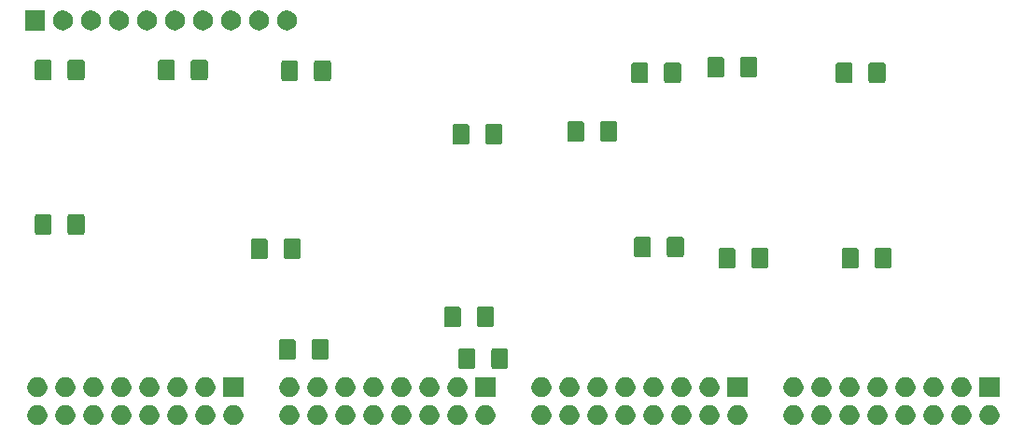
<source format=gbr>
G04 #@! TF.GenerationSoftware,KiCad,Pcbnew,5.1.5+dfsg1-2build2*
G04 #@! TF.CreationDate,2022-05-21T12:29:04-07:00*
G04 #@! TF.ProjectId,ProgramCounter,50726f67-7261-46d4-936f-756e7465722e,rev?*
G04 #@! TF.SameCoordinates,Original*
G04 #@! TF.FileFunction,Soldermask,Bot*
G04 #@! TF.FilePolarity,Negative*
%FSLAX46Y46*%
G04 Gerber Fmt 4.6, Leading zero omitted, Abs format (unit mm)*
G04 Created by KiCad (PCBNEW 5.1.5+dfsg1-2build2) date 2022-05-21 12:29:04*
%MOMM*%
%LPD*%
G04 APERTURE LIST*
%ADD10C,0.100000*%
G04 APERTURE END LIST*
D10*
G36*
X67893512Y-87303927D02*
G01*
X68042812Y-87333624D01*
X68206784Y-87401544D01*
X68354354Y-87500147D01*
X68479853Y-87625646D01*
X68578456Y-87773216D01*
X68646376Y-87937188D01*
X68681000Y-88111259D01*
X68681000Y-88288741D01*
X68646376Y-88462812D01*
X68578456Y-88626784D01*
X68479853Y-88774354D01*
X68354354Y-88899853D01*
X68206784Y-88998456D01*
X68042812Y-89066376D01*
X67893512Y-89096073D01*
X67868742Y-89101000D01*
X67691258Y-89101000D01*
X67666488Y-89096073D01*
X67517188Y-89066376D01*
X67353216Y-88998456D01*
X67205646Y-88899853D01*
X67080147Y-88774354D01*
X66981544Y-88626784D01*
X66913624Y-88462812D01*
X66879000Y-88288741D01*
X66879000Y-88111259D01*
X66913624Y-87937188D01*
X66981544Y-87773216D01*
X67080147Y-87625646D01*
X67205646Y-87500147D01*
X67353216Y-87401544D01*
X67517188Y-87333624D01*
X67666488Y-87303927D01*
X67691258Y-87299000D01*
X67868742Y-87299000D01*
X67893512Y-87303927D01*
G37*
G36*
X57733512Y-87303927D02*
G01*
X57882812Y-87333624D01*
X58046784Y-87401544D01*
X58194354Y-87500147D01*
X58319853Y-87625646D01*
X58418456Y-87773216D01*
X58486376Y-87937188D01*
X58521000Y-88111259D01*
X58521000Y-88288741D01*
X58486376Y-88462812D01*
X58418456Y-88626784D01*
X58319853Y-88774354D01*
X58194354Y-88899853D01*
X58046784Y-88998456D01*
X57882812Y-89066376D01*
X57733512Y-89096073D01*
X57708742Y-89101000D01*
X57531258Y-89101000D01*
X57506488Y-89096073D01*
X57357188Y-89066376D01*
X57193216Y-88998456D01*
X57045646Y-88899853D01*
X56920147Y-88774354D01*
X56821544Y-88626784D01*
X56753624Y-88462812D01*
X56719000Y-88288741D01*
X56719000Y-88111259D01*
X56753624Y-87937188D01*
X56821544Y-87773216D01*
X56920147Y-87625646D01*
X57045646Y-87500147D01*
X57193216Y-87401544D01*
X57357188Y-87333624D01*
X57506488Y-87303927D01*
X57531258Y-87299000D01*
X57708742Y-87299000D01*
X57733512Y-87303927D01*
G37*
G36*
X60273512Y-87303927D02*
G01*
X60422812Y-87333624D01*
X60586784Y-87401544D01*
X60734354Y-87500147D01*
X60859853Y-87625646D01*
X60958456Y-87773216D01*
X61026376Y-87937188D01*
X61061000Y-88111259D01*
X61061000Y-88288741D01*
X61026376Y-88462812D01*
X60958456Y-88626784D01*
X60859853Y-88774354D01*
X60734354Y-88899853D01*
X60586784Y-88998456D01*
X60422812Y-89066376D01*
X60273512Y-89096073D01*
X60248742Y-89101000D01*
X60071258Y-89101000D01*
X60046488Y-89096073D01*
X59897188Y-89066376D01*
X59733216Y-88998456D01*
X59585646Y-88899853D01*
X59460147Y-88774354D01*
X59361544Y-88626784D01*
X59293624Y-88462812D01*
X59259000Y-88288741D01*
X59259000Y-88111259D01*
X59293624Y-87937188D01*
X59361544Y-87773216D01*
X59460147Y-87625646D01*
X59585646Y-87500147D01*
X59733216Y-87401544D01*
X59897188Y-87333624D01*
X60046488Y-87303927D01*
X60071258Y-87299000D01*
X60248742Y-87299000D01*
X60273512Y-87303927D01*
G37*
G36*
X62813512Y-87303927D02*
G01*
X62962812Y-87333624D01*
X63126784Y-87401544D01*
X63274354Y-87500147D01*
X63399853Y-87625646D01*
X63498456Y-87773216D01*
X63566376Y-87937188D01*
X63601000Y-88111259D01*
X63601000Y-88288741D01*
X63566376Y-88462812D01*
X63498456Y-88626784D01*
X63399853Y-88774354D01*
X63274354Y-88899853D01*
X63126784Y-88998456D01*
X62962812Y-89066376D01*
X62813512Y-89096073D01*
X62788742Y-89101000D01*
X62611258Y-89101000D01*
X62586488Y-89096073D01*
X62437188Y-89066376D01*
X62273216Y-88998456D01*
X62125646Y-88899853D01*
X62000147Y-88774354D01*
X61901544Y-88626784D01*
X61833624Y-88462812D01*
X61799000Y-88288741D01*
X61799000Y-88111259D01*
X61833624Y-87937188D01*
X61901544Y-87773216D01*
X62000147Y-87625646D01*
X62125646Y-87500147D01*
X62273216Y-87401544D01*
X62437188Y-87333624D01*
X62586488Y-87303927D01*
X62611258Y-87299000D01*
X62788742Y-87299000D01*
X62813512Y-87303927D01*
G37*
G36*
X116153512Y-87303927D02*
G01*
X116302812Y-87333624D01*
X116466784Y-87401544D01*
X116614354Y-87500147D01*
X116739853Y-87625646D01*
X116838456Y-87773216D01*
X116906376Y-87937188D01*
X116941000Y-88111259D01*
X116941000Y-88288741D01*
X116906376Y-88462812D01*
X116838456Y-88626784D01*
X116739853Y-88774354D01*
X116614354Y-88899853D01*
X116466784Y-88998456D01*
X116302812Y-89066376D01*
X116153512Y-89096073D01*
X116128742Y-89101000D01*
X115951258Y-89101000D01*
X115926488Y-89096073D01*
X115777188Y-89066376D01*
X115613216Y-88998456D01*
X115465646Y-88899853D01*
X115340147Y-88774354D01*
X115241544Y-88626784D01*
X115173624Y-88462812D01*
X115139000Y-88288741D01*
X115139000Y-88111259D01*
X115173624Y-87937188D01*
X115241544Y-87773216D01*
X115340147Y-87625646D01*
X115465646Y-87500147D01*
X115613216Y-87401544D01*
X115777188Y-87333624D01*
X115926488Y-87303927D01*
X115951258Y-87299000D01*
X116128742Y-87299000D01*
X116153512Y-87303927D01*
G37*
G36*
X113613512Y-87303927D02*
G01*
X113762812Y-87333624D01*
X113926784Y-87401544D01*
X114074354Y-87500147D01*
X114199853Y-87625646D01*
X114298456Y-87773216D01*
X114366376Y-87937188D01*
X114401000Y-88111259D01*
X114401000Y-88288741D01*
X114366376Y-88462812D01*
X114298456Y-88626784D01*
X114199853Y-88774354D01*
X114074354Y-88899853D01*
X113926784Y-88998456D01*
X113762812Y-89066376D01*
X113613512Y-89096073D01*
X113588742Y-89101000D01*
X113411258Y-89101000D01*
X113386488Y-89096073D01*
X113237188Y-89066376D01*
X113073216Y-88998456D01*
X112925646Y-88899853D01*
X112800147Y-88774354D01*
X112701544Y-88626784D01*
X112633624Y-88462812D01*
X112599000Y-88288741D01*
X112599000Y-88111259D01*
X112633624Y-87937188D01*
X112701544Y-87773216D01*
X112800147Y-87625646D01*
X112925646Y-87500147D01*
X113073216Y-87401544D01*
X113237188Y-87333624D01*
X113386488Y-87303927D01*
X113411258Y-87299000D01*
X113588742Y-87299000D01*
X113613512Y-87303927D01*
G37*
G36*
X65353512Y-87303927D02*
G01*
X65502812Y-87333624D01*
X65666784Y-87401544D01*
X65814354Y-87500147D01*
X65939853Y-87625646D01*
X66038456Y-87773216D01*
X66106376Y-87937188D01*
X66141000Y-88111259D01*
X66141000Y-88288741D01*
X66106376Y-88462812D01*
X66038456Y-88626784D01*
X65939853Y-88774354D01*
X65814354Y-88899853D01*
X65666784Y-88998456D01*
X65502812Y-89066376D01*
X65353512Y-89096073D01*
X65328742Y-89101000D01*
X65151258Y-89101000D01*
X65126488Y-89096073D01*
X64977188Y-89066376D01*
X64813216Y-88998456D01*
X64665646Y-88899853D01*
X64540147Y-88774354D01*
X64441544Y-88626784D01*
X64373624Y-88462812D01*
X64339000Y-88288741D01*
X64339000Y-88111259D01*
X64373624Y-87937188D01*
X64441544Y-87773216D01*
X64540147Y-87625646D01*
X64665646Y-87500147D01*
X64813216Y-87401544D01*
X64977188Y-87333624D01*
X65126488Y-87303927D01*
X65151258Y-87299000D01*
X65328742Y-87299000D01*
X65353512Y-87303927D01*
G37*
G36*
X111073512Y-87303927D02*
G01*
X111222812Y-87333624D01*
X111386784Y-87401544D01*
X111534354Y-87500147D01*
X111659853Y-87625646D01*
X111758456Y-87773216D01*
X111826376Y-87937188D01*
X111861000Y-88111259D01*
X111861000Y-88288741D01*
X111826376Y-88462812D01*
X111758456Y-88626784D01*
X111659853Y-88774354D01*
X111534354Y-88899853D01*
X111386784Y-88998456D01*
X111222812Y-89066376D01*
X111073512Y-89096073D01*
X111048742Y-89101000D01*
X110871258Y-89101000D01*
X110846488Y-89096073D01*
X110697188Y-89066376D01*
X110533216Y-88998456D01*
X110385646Y-88899853D01*
X110260147Y-88774354D01*
X110161544Y-88626784D01*
X110093624Y-88462812D01*
X110059000Y-88288741D01*
X110059000Y-88111259D01*
X110093624Y-87937188D01*
X110161544Y-87773216D01*
X110260147Y-87625646D01*
X110385646Y-87500147D01*
X110533216Y-87401544D01*
X110697188Y-87333624D01*
X110846488Y-87303927D01*
X110871258Y-87299000D01*
X111048742Y-87299000D01*
X111073512Y-87303927D01*
G37*
G36*
X108533512Y-87303927D02*
G01*
X108682812Y-87333624D01*
X108846784Y-87401544D01*
X108994354Y-87500147D01*
X109119853Y-87625646D01*
X109218456Y-87773216D01*
X109286376Y-87937188D01*
X109321000Y-88111259D01*
X109321000Y-88288741D01*
X109286376Y-88462812D01*
X109218456Y-88626784D01*
X109119853Y-88774354D01*
X108994354Y-88899853D01*
X108846784Y-88998456D01*
X108682812Y-89066376D01*
X108533512Y-89096073D01*
X108508742Y-89101000D01*
X108331258Y-89101000D01*
X108306488Y-89096073D01*
X108157188Y-89066376D01*
X107993216Y-88998456D01*
X107845646Y-88899853D01*
X107720147Y-88774354D01*
X107621544Y-88626784D01*
X107553624Y-88462812D01*
X107519000Y-88288741D01*
X107519000Y-88111259D01*
X107553624Y-87937188D01*
X107621544Y-87773216D01*
X107720147Y-87625646D01*
X107845646Y-87500147D01*
X107993216Y-87401544D01*
X108157188Y-87333624D01*
X108306488Y-87303927D01*
X108331258Y-87299000D01*
X108508742Y-87299000D01*
X108533512Y-87303927D01*
G37*
G36*
X139013512Y-87303927D02*
G01*
X139162812Y-87333624D01*
X139326784Y-87401544D01*
X139474354Y-87500147D01*
X139599853Y-87625646D01*
X139698456Y-87773216D01*
X139766376Y-87937188D01*
X139801000Y-88111259D01*
X139801000Y-88288741D01*
X139766376Y-88462812D01*
X139698456Y-88626784D01*
X139599853Y-88774354D01*
X139474354Y-88899853D01*
X139326784Y-88998456D01*
X139162812Y-89066376D01*
X139013512Y-89096073D01*
X138988742Y-89101000D01*
X138811258Y-89101000D01*
X138786488Y-89096073D01*
X138637188Y-89066376D01*
X138473216Y-88998456D01*
X138325646Y-88899853D01*
X138200147Y-88774354D01*
X138101544Y-88626784D01*
X138033624Y-88462812D01*
X137999000Y-88288741D01*
X137999000Y-88111259D01*
X138033624Y-87937188D01*
X138101544Y-87773216D01*
X138200147Y-87625646D01*
X138325646Y-87500147D01*
X138473216Y-87401544D01*
X138637188Y-87333624D01*
X138786488Y-87303927D01*
X138811258Y-87299000D01*
X138988742Y-87299000D01*
X139013512Y-87303927D01*
G37*
G36*
X105993512Y-87303927D02*
G01*
X106142812Y-87333624D01*
X106306784Y-87401544D01*
X106454354Y-87500147D01*
X106579853Y-87625646D01*
X106678456Y-87773216D01*
X106746376Y-87937188D01*
X106781000Y-88111259D01*
X106781000Y-88288741D01*
X106746376Y-88462812D01*
X106678456Y-88626784D01*
X106579853Y-88774354D01*
X106454354Y-88899853D01*
X106306784Y-88998456D01*
X106142812Y-89066376D01*
X105993512Y-89096073D01*
X105968742Y-89101000D01*
X105791258Y-89101000D01*
X105766488Y-89096073D01*
X105617188Y-89066376D01*
X105453216Y-88998456D01*
X105305646Y-88899853D01*
X105180147Y-88774354D01*
X105081544Y-88626784D01*
X105013624Y-88462812D01*
X104979000Y-88288741D01*
X104979000Y-88111259D01*
X105013624Y-87937188D01*
X105081544Y-87773216D01*
X105180147Y-87625646D01*
X105305646Y-87500147D01*
X105453216Y-87401544D01*
X105617188Y-87333624D01*
X105766488Y-87303927D01*
X105791258Y-87299000D01*
X105968742Y-87299000D01*
X105993512Y-87303927D01*
G37*
G36*
X103453512Y-87303927D02*
G01*
X103602812Y-87333624D01*
X103766784Y-87401544D01*
X103914354Y-87500147D01*
X104039853Y-87625646D01*
X104138456Y-87773216D01*
X104206376Y-87937188D01*
X104241000Y-88111259D01*
X104241000Y-88288741D01*
X104206376Y-88462812D01*
X104138456Y-88626784D01*
X104039853Y-88774354D01*
X103914354Y-88899853D01*
X103766784Y-88998456D01*
X103602812Y-89066376D01*
X103453512Y-89096073D01*
X103428742Y-89101000D01*
X103251258Y-89101000D01*
X103226488Y-89096073D01*
X103077188Y-89066376D01*
X102913216Y-88998456D01*
X102765646Y-88899853D01*
X102640147Y-88774354D01*
X102541544Y-88626784D01*
X102473624Y-88462812D01*
X102439000Y-88288741D01*
X102439000Y-88111259D01*
X102473624Y-87937188D01*
X102541544Y-87773216D01*
X102640147Y-87625646D01*
X102765646Y-87500147D01*
X102913216Y-87401544D01*
X103077188Y-87333624D01*
X103226488Y-87303927D01*
X103251258Y-87299000D01*
X103428742Y-87299000D01*
X103453512Y-87303927D01*
G37*
G36*
X70433512Y-87303927D02*
G01*
X70582812Y-87333624D01*
X70746784Y-87401544D01*
X70894354Y-87500147D01*
X71019853Y-87625646D01*
X71118456Y-87773216D01*
X71186376Y-87937188D01*
X71221000Y-88111259D01*
X71221000Y-88288741D01*
X71186376Y-88462812D01*
X71118456Y-88626784D01*
X71019853Y-88774354D01*
X70894354Y-88899853D01*
X70746784Y-88998456D01*
X70582812Y-89066376D01*
X70433512Y-89096073D01*
X70408742Y-89101000D01*
X70231258Y-89101000D01*
X70206488Y-89096073D01*
X70057188Y-89066376D01*
X69893216Y-88998456D01*
X69745646Y-88899853D01*
X69620147Y-88774354D01*
X69521544Y-88626784D01*
X69453624Y-88462812D01*
X69419000Y-88288741D01*
X69419000Y-88111259D01*
X69453624Y-87937188D01*
X69521544Y-87773216D01*
X69620147Y-87625646D01*
X69745646Y-87500147D01*
X69893216Y-87401544D01*
X70057188Y-87333624D01*
X70206488Y-87303927D01*
X70231258Y-87299000D01*
X70408742Y-87299000D01*
X70433512Y-87303927D01*
G37*
G36*
X100913512Y-87303927D02*
G01*
X101062812Y-87333624D01*
X101226784Y-87401544D01*
X101374354Y-87500147D01*
X101499853Y-87625646D01*
X101598456Y-87773216D01*
X101666376Y-87937188D01*
X101701000Y-88111259D01*
X101701000Y-88288741D01*
X101666376Y-88462812D01*
X101598456Y-88626784D01*
X101499853Y-88774354D01*
X101374354Y-88899853D01*
X101226784Y-88998456D01*
X101062812Y-89066376D01*
X100913512Y-89096073D01*
X100888742Y-89101000D01*
X100711258Y-89101000D01*
X100686488Y-89096073D01*
X100537188Y-89066376D01*
X100373216Y-88998456D01*
X100225646Y-88899853D01*
X100100147Y-88774354D01*
X100001544Y-88626784D01*
X99933624Y-88462812D01*
X99899000Y-88288741D01*
X99899000Y-88111259D01*
X99933624Y-87937188D01*
X100001544Y-87773216D01*
X100100147Y-87625646D01*
X100225646Y-87500147D01*
X100373216Y-87401544D01*
X100537188Y-87333624D01*
X100686488Y-87303927D01*
X100711258Y-87299000D01*
X100888742Y-87299000D01*
X100913512Y-87303927D01*
G37*
G36*
X98373512Y-87303927D02*
G01*
X98522812Y-87333624D01*
X98686784Y-87401544D01*
X98834354Y-87500147D01*
X98959853Y-87625646D01*
X99058456Y-87773216D01*
X99126376Y-87937188D01*
X99161000Y-88111259D01*
X99161000Y-88288741D01*
X99126376Y-88462812D01*
X99058456Y-88626784D01*
X98959853Y-88774354D01*
X98834354Y-88899853D01*
X98686784Y-88998456D01*
X98522812Y-89066376D01*
X98373512Y-89096073D01*
X98348742Y-89101000D01*
X98171258Y-89101000D01*
X98146488Y-89096073D01*
X97997188Y-89066376D01*
X97833216Y-88998456D01*
X97685646Y-88899853D01*
X97560147Y-88774354D01*
X97461544Y-88626784D01*
X97393624Y-88462812D01*
X97359000Y-88288741D01*
X97359000Y-88111259D01*
X97393624Y-87937188D01*
X97461544Y-87773216D01*
X97560147Y-87625646D01*
X97685646Y-87500147D01*
X97833216Y-87401544D01*
X97997188Y-87333624D01*
X98146488Y-87303927D01*
X98171258Y-87299000D01*
X98348742Y-87299000D01*
X98373512Y-87303927D01*
G37*
G36*
X75513512Y-87303927D02*
G01*
X75662812Y-87333624D01*
X75826784Y-87401544D01*
X75974354Y-87500147D01*
X76099853Y-87625646D01*
X76198456Y-87773216D01*
X76266376Y-87937188D01*
X76301000Y-88111259D01*
X76301000Y-88288741D01*
X76266376Y-88462812D01*
X76198456Y-88626784D01*
X76099853Y-88774354D01*
X75974354Y-88899853D01*
X75826784Y-88998456D01*
X75662812Y-89066376D01*
X75513512Y-89096073D01*
X75488742Y-89101000D01*
X75311258Y-89101000D01*
X75286488Y-89096073D01*
X75137188Y-89066376D01*
X74973216Y-88998456D01*
X74825646Y-88899853D01*
X74700147Y-88774354D01*
X74601544Y-88626784D01*
X74533624Y-88462812D01*
X74499000Y-88288741D01*
X74499000Y-88111259D01*
X74533624Y-87937188D01*
X74601544Y-87773216D01*
X74700147Y-87625646D01*
X74825646Y-87500147D01*
X74973216Y-87401544D01*
X75137188Y-87333624D01*
X75286488Y-87303927D01*
X75311258Y-87299000D01*
X75488742Y-87299000D01*
X75513512Y-87303927D01*
G37*
G36*
X55193512Y-87303927D02*
G01*
X55342812Y-87333624D01*
X55506784Y-87401544D01*
X55654354Y-87500147D01*
X55779853Y-87625646D01*
X55878456Y-87773216D01*
X55946376Y-87937188D01*
X55981000Y-88111259D01*
X55981000Y-88288741D01*
X55946376Y-88462812D01*
X55878456Y-88626784D01*
X55779853Y-88774354D01*
X55654354Y-88899853D01*
X55506784Y-88998456D01*
X55342812Y-89066376D01*
X55193512Y-89096073D01*
X55168742Y-89101000D01*
X54991258Y-89101000D01*
X54966488Y-89096073D01*
X54817188Y-89066376D01*
X54653216Y-88998456D01*
X54505646Y-88899853D01*
X54380147Y-88774354D01*
X54281544Y-88626784D01*
X54213624Y-88462812D01*
X54179000Y-88288741D01*
X54179000Y-88111259D01*
X54213624Y-87937188D01*
X54281544Y-87773216D01*
X54380147Y-87625646D01*
X54505646Y-87500147D01*
X54653216Y-87401544D01*
X54817188Y-87333624D01*
X54966488Y-87303927D01*
X54991258Y-87299000D01*
X55168742Y-87299000D01*
X55193512Y-87303927D01*
G37*
G36*
X52653512Y-87303927D02*
G01*
X52802812Y-87333624D01*
X52966784Y-87401544D01*
X53114354Y-87500147D01*
X53239853Y-87625646D01*
X53338456Y-87773216D01*
X53406376Y-87937188D01*
X53441000Y-88111259D01*
X53441000Y-88288741D01*
X53406376Y-88462812D01*
X53338456Y-88626784D01*
X53239853Y-88774354D01*
X53114354Y-88899853D01*
X52966784Y-88998456D01*
X52802812Y-89066376D01*
X52653512Y-89096073D01*
X52628742Y-89101000D01*
X52451258Y-89101000D01*
X52426488Y-89096073D01*
X52277188Y-89066376D01*
X52113216Y-88998456D01*
X51965646Y-88899853D01*
X51840147Y-88774354D01*
X51741544Y-88626784D01*
X51673624Y-88462812D01*
X51639000Y-88288741D01*
X51639000Y-88111259D01*
X51673624Y-87937188D01*
X51741544Y-87773216D01*
X51840147Y-87625646D01*
X51965646Y-87500147D01*
X52113216Y-87401544D01*
X52277188Y-87333624D01*
X52426488Y-87303927D01*
X52451258Y-87299000D01*
X52628742Y-87299000D01*
X52653512Y-87303927D01*
G37*
G36*
X126313512Y-87303927D02*
G01*
X126462812Y-87333624D01*
X126626784Y-87401544D01*
X126774354Y-87500147D01*
X126899853Y-87625646D01*
X126998456Y-87773216D01*
X127066376Y-87937188D01*
X127101000Y-88111259D01*
X127101000Y-88288741D01*
X127066376Y-88462812D01*
X126998456Y-88626784D01*
X126899853Y-88774354D01*
X126774354Y-88899853D01*
X126626784Y-88998456D01*
X126462812Y-89066376D01*
X126313512Y-89096073D01*
X126288742Y-89101000D01*
X126111258Y-89101000D01*
X126086488Y-89096073D01*
X125937188Y-89066376D01*
X125773216Y-88998456D01*
X125625646Y-88899853D01*
X125500147Y-88774354D01*
X125401544Y-88626784D01*
X125333624Y-88462812D01*
X125299000Y-88288741D01*
X125299000Y-88111259D01*
X125333624Y-87937188D01*
X125401544Y-87773216D01*
X125500147Y-87625646D01*
X125625646Y-87500147D01*
X125773216Y-87401544D01*
X125937188Y-87333624D01*
X126086488Y-87303927D01*
X126111258Y-87299000D01*
X126288742Y-87299000D01*
X126313512Y-87303927D01*
G37*
G36*
X136473512Y-87303927D02*
G01*
X136622812Y-87333624D01*
X136786784Y-87401544D01*
X136934354Y-87500147D01*
X137059853Y-87625646D01*
X137158456Y-87773216D01*
X137226376Y-87937188D01*
X137261000Y-88111259D01*
X137261000Y-88288741D01*
X137226376Y-88462812D01*
X137158456Y-88626784D01*
X137059853Y-88774354D01*
X136934354Y-88899853D01*
X136786784Y-88998456D01*
X136622812Y-89066376D01*
X136473512Y-89096073D01*
X136448742Y-89101000D01*
X136271258Y-89101000D01*
X136246488Y-89096073D01*
X136097188Y-89066376D01*
X135933216Y-88998456D01*
X135785646Y-88899853D01*
X135660147Y-88774354D01*
X135561544Y-88626784D01*
X135493624Y-88462812D01*
X135459000Y-88288741D01*
X135459000Y-88111259D01*
X135493624Y-87937188D01*
X135561544Y-87773216D01*
X135660147Y-87625646D01*
X135785646Y-87500147D01*
X135933216Y-87401544D01*
X136097188Y-87333624D01*
X136246488Y-87303927D01*
X136271258Y-87299000D01*
X136448742Y-87299000D01*
X136473512Y-87303927D01*
G37*
G36*
X133933512Y-87303927D02*
G01*
X134082812Y-87333624D01*
X134246784Y-87401544D01*
X134394354Y-87500147D01*
X134519853Y-87625646D01*
X134618456Y-87773216D01*
X134686376Y-87937188D01*
X134721000Y-88111259D01*
X134721000Y-88288741D01*
X134686376Y-88462812D01*
X134618456Y-88626784D01*
X134519853Y-88774354D01*
X134394354Y-88899853D01*
X134246784Y-88998456D01*
X134082812Y-89066376D01*
X133933512Y-89096073D01*
X133908742Y-89101000D01*
X133731258Y-89101000D01*
X133706488Y-89096073D01*
X133557188Y-89066376D01*
X133393216Y-88998456D01*
X133245646Y-88899853D01*
X133120147Y-88774354D01*
X133021544Y-88626784D01*
X132953624Y-88462812D01*
X132919000Y-88288741D01*
X132919000Y-88111259D01*
X132953624Y-87937188D01*
X133021544Y-87773216D01*
X133120147Y-87625646D01*
X133245646Y-87500147D01*
X133393216Y-87401544D01*
X133557188Y-87333624D01*
X133706488Y-87303927D01*
X133731258Y-87299000D01*
X133908742Y-87299000D01*
X133933512Y-87303927D01*
G37*
G36*
X131393512Y-87303927D02*
G01*
X131542812Y-87333624D01*
X131706784Y-87401544D01*
X131854354Y-87500147D01*
X131979853Y-87625646D01*
X132078456Y-87773216D01*
X132146376Y-87937188D01*
X132181000Y-88111259D01*
X132181000Y-88288741D01*
X132146376Y-88462812D01*
X132078456Y-88626784D01*
X131979853Y-88774354D01*
X131854354Y-88899853D01*
X131706784Y-88998456D01*
X131542812Y-89066376D01*
X131393512Y-89096073D01*
X131368742Y-89101000D01*
X131191258Y-89101000D01*
X131166488Y-89096073D01*
X131017188Y-89066376D01*
X130853216Y-88998456D01*
X130705646Y-88899853D01*
X130580147Y-88774354D01*
X130481544Y-88626784D01*
X130413624Y-88462812D01*
X130379000Y-88288741D01*
X130379000Y-88111259D01*
X130413624Y-87937188D01*
X130481544Y-87773216D01*
X130580147Y-87625646D01*
X130705646Y-87500147D01*
X130853216Y-87401544D01*
X131017188Y-87333624D01*
X131166488Y-87303927D01*
X131191258Y-87299000D01*
X131368742Y-87299000D01*
X131393512Y-87303927D01*
G37*
G36*
X128853512Y-87303927D02*
G01*
X129002812Y-87333624D01*
X129166784Y-87401544D01*
X129314354Y-87500147D01*
X129439853Y-87625646D01*
X129538456Y-87773216D01*
X129606376Y-87937188D01*
X129641000Y-88111259D01*
X129641000Y-88288741D01*
X129606376Y-88462812D01*
X129538456Y-88626784D01*
X129439853Y-88774354D01*
X129314354Y-88899853D01*
X129166784Y-88998456D01*
X129002812Y-89066376D01*
X128853512Y-89096073D01*
X128828742Y-89101000D01*
X128651258Y-89101000D01*
X128626488Y-89096073D01*
X128477188Y-89066376D01*
X128313216Y-88998456D01*
X128165646Y-88899853D01*
X128040147Y-88774354D01*
X127941544Y-88626784D01*
X127873624Y-88462812D01*
X127839000Y-88288741D01*
X127839000Y-88111259D01*
X127873624Y-87937188D01*
X127941544Y-87773216D01*
X128040147Y-87625646D01*
X128165646Y-87500147D01*
X128313216Y-87401544D01*
X128477188Y-87333624D01*
X128626488Y-87303927D01*
X128651258Y-87299000D01*
X128828742Y-87299000D01*
X128853512Y-87303927D01*
G37*
G36*
X123773512Y-87303927D02*
G01*
X123922812Y-87333624D01*
X124086784Y-87401544D01*
X124234354Y-87500147D01*
X124359853Y-87625646D01*
X124458456Y-87773216D01*
X124526376Y-87937188D01*
X124561000Y-88111259D01*
X124561000Y-88288741D01*
X124526376Y-88462812D01*
X124458456Y-88626784D01*
X124359853Y-88774354D01*
X124234354Y-88899853D01*
X124086784Y-88998456D01*
X123922812Y-89066376D01*
X123773512Y-89096073D01*
X123748742Y-89101000D01*
X123571258Y-89101000D01*
X123546488Y-89096073D01*
X123397188Y-89066376D01*
X123233216Y-88998456D01*
X123085646Y-88899853D01*
X122960147Y-88774354D01*
X122861544Y-88626784D01*
X122793624Y-88462812D01*
X122759000Y-88288741D01*
X122759000Y-88111259D01*
X122793624Y-87937188D01*
X122861544Y-87773216D01*
X122960147Y-87625646D01*
X123085646Y-87500147D01*
X123233216Y-87401544D01*
X123397188Y-87333624D01*
X123546488Y-87303927D01*
X123571258Y-87299000D01*
X123748742Y-87299000D01*
X123773512Y-87303927D01*
G37*
G36*
X121233512Y-87303927D02*
G01*
X121382812Y-87333624D01*
X121546784Y-87401544D01*
X121694354Y-87500147D01*
X121819853Y-87625646D01*
X121918456Y-87773216D01*
X121986376Y-87937188D01*
X122021000Y-88111259D01*
X122021000Y-88288741D01*
X121986376Y-88462812D01*
X121918456Y-88626784D01*
X121819853Y-88774354D01*
X121694354Y-88899853D01*
X121546784Y-88998456D01*
X121382812Y-89066376D01*
X121233512Y-89096073D01*
X121208742Y-89101000D01*
X121031258Y-89101000D01*
X121006488Y-89096073D01*
X120857188Y-89066376D01*
X120693216Y-88998456D01*
X120545646Y-88899853D01*
X120420147Y-88774354D01*
X120321544Y-88626784D01*
X120253624Y-88462812D01*
X120219000Y-88288741D01*
X120219000Y-88111259D01*
X120253624Y-87937188D01*
X120321544Y-87773216D01*
X120420147Y-87625646D01*
X120545646Y-87500147D01*
X120693216Y-87401544D01*
X120857188Y-87333624D01*
X121006488Y-87303927D01*
X121031258Y-87299000D01*
X121208742Y-87299000D01*
X121233512Y-87303927D01*
G37*
G36*
X78053512Y-87303927D02*
G01*
X78202812Y-87333624D01*
X78366784Y-87401544D01*
X78514354Y-87500147D01*
X78639853Y-87625646D01*
X78738456Y-87773216D01*
X78806376Y-87937188D01*
X78841000Y-88111259D01*
X78841000Y-88288741D01*
X78806376Y-88462812D01*
X78738456Y-88626784D01*
X78639853Y-88774354D01*
X78514354Y-88899853D01*
X78366784Y-88998456D01*
X78202812Y-89066376D01*
X78053512Y-89096073D01*
X78028742Y-89101000D01*
X77851258Y-89101000D01*
X77826488Y-89096073D01*
X77677188Y-89066376D01*
X77513216Y-88998456D01*
X77365646Y-88899853D01*
X77240147Y-88774354D01*
X77141544Y-88626784D01*
X77073624Y-88462812D01*
X77039000Y-88288741D01*
X77039000Y-88111259D01*
X77073624Y-87937188D01*
X77141544Y-87773216D01*
X77240147Y-87625646D01*
X77365646Y-87500147D01*
X77513216Y-87401544D01*
X77677188Y-87333624D01*
X77826488Y-87303927D01*
X77851258Y-87299000D01*
X78028742Y-87299000D01*
X78053512Y-87303927D01*
G37*
G36*
X80593512Y-87303927D02*
G01*
X80742812Y-87333624D01*
X80906784Y-87401544D01*
X81054354Y-87500147D01*
X81179853Y-87625646D01*
X81278456Y-87773216D01*
X81346376Y-87937188D01*
X81381000Y-88111259D01*
X81381000Y-88288741D01*
X81346376Y-88462812D01*
X81278456Y-88626784D01*
X81179853Y-88774354D01*
X81054354Y-88899853D01*
X80906784Y-88998456D01*
X80742812Y-89066376D01*
X80593512Y-89096073D01*
X80568742Y-89101000D01*
X80391258Y-89101000D01*
X80366488Y-89096073D01*
X80217188Y-89066376D01*
X80053216Y-88998456D01*
X79905646Y-88899853D01*
X79780147Y-88774354D01*
X79681544Y-88626784D01*
X79613624Y-88462812D01*
X79579000Y-88288741D01*
X79579000Y-88111259D01*
X79613624Y-87937188D01*
X79681544Y-87773216D01*
X79780147Y-87625646D01*
X79905646Y-87500147D01*
X80053216Y-87401544D01*
X80217188Y-87333624D01*
X80366488Y-87303927D01*
X80391258Y-87299000D01*
X80568742Y-87299000D01*
X80593512Y-87303927D01*
G37*
G36*
X83133512Y-87303927D02*
G01*
X83282812Y-87333624D01*
X83446784Y-87401544D01*
X83594354Y-87500147D01*
X83719853Y-87625646D01*
X83818456Y-87773216D01*
X83886376Y-87937188D01*
X83921000Y-88111259D01*
X83921000Y-88288741D01*
X83886376Y-88462812D01*
X83818456Y-88626784D01*
X83719853Y-88774354D01*
X83594354Y-88899853D01*
X83446784Y-88998456D01*
X83282812Y-89066376D01*
X83133512Y-89096073D01*
X83108742Y-89101000D01*
X82931258Y-89101000D01*
X82906488Y-89096073D01*
X82757188Y-89066376D01*
X82593216Y-88998456D01*
X82445646Y-88899853D01*
X82320147Y-88774354D01*
X82221544Y-88626784D01*
X82153624Y-88462812D01*
X82119000Y-88288741D01*
X82119000Y-88111259D01*
X82153624Y-87937188D01*
X82221544Y-87773216D01*
X82320147Y-87625646D01*
X82445646Y-87500147D01*
X82593216Y-87401544D01*
X82757188Y-87333624D01*
X82906488Y-87303927D01*
X82931258Y-87299000D01*
X83108742Y-87299000D01*
X83133512Y-87303927D01*
G37*
G36*
X85673512Y-87303927D02*
G01*
X85822812Y-87333624D01*
X85986784Y-87401544D01*
X86134354Y-87500147D01*
X86259853Y-87625646D01*
X86358456Y-87773216D01*
X86426376Y-87937188D01*
X86461000Y-88111259D01*
X86461000Y-88288741D01*
X86426376Y-88462812D01*
X86358456Y-88626784D01*
X86259853Y-88774354D01*
X86134354Y-88899853D01*
X85986784Y-88998456D01*
X85822812Y-89066376D01*
X85673512Y-89096073D01*
X85648742Y-89101000D01*
X85471258Y-89101000D01*
X85446488Y-89096073D01*
X85297188Y-89066376D01*
X85133216Y-88998456D01*
X84985646Y-88899853D01*
X84860147Y-88774354D01*
X84761544Y-88626784D01*
X84693624Y-88462812D01*
X84659000Y-88288741D01*
X84659000Y-88111259D01*
X84693624Y-87937188D01*
X84761544Y-87773216D01*
X84860147Y-87625646D01*
X84985646Y-87500147D01*
X85133216Y-87401544D01*
X85297188Y-87333624D01*
X85446488Y-87303927D01*
X85471258Y-87299000D01*
X85648742Y-87299000D01*
X85673512Y-87303927D01*
G37*
G36*
X88213512Y-87303927D02*
G01*
X88362812Y-87333624D01*
X88526784Y-87401544D01*
X88674354Y-87500147D01*
X88799853Y-87625646D01*
X88898456Y-87773216D01*
X88966376Y-87937188D01*
X89001000Y-88111259D01*
X89001000Y-88288741D01*
X88966376Y-88462812D01*
X88898456Y-88626784D01*
X88799853Y-88774354D01*
X88674354Y-88899853D01*
X88526784Y-88998456D01*
X88362812Y-89066376D01*
X88213512Y-89096073D01*
X88188742Y-89101000D01*
X88011258Y-89101000D01*
X87986488Y-89096073D01*
X87837188Y-89066376D01*
X87673216Y-88998456D01*
X87525646Y-88899853D01*
X87400147Y-88774354D01*
X87301544Y-88626784D01*
X87233624Y-88462812D01*
X87199000Y-88288741D01*
X87199000Y-88111259D01*
X87233624Y-87937188D01*
X87301544Y-87773216D01*
X87400147Y-87625646D01*
X87525646Y-87500147D01*
X87673216Y-87401544D01*
X87837188Y-87333624D01*
X87986488Y-87303927D01*
X88011258Y-87299000D01*
X88188742Y-87299000D01*
X88213512Y-87303927D01*
G37*
G36*
X90753512Y-87303927D02*
G01*
X90902812Y-87333624D01*
X91066784Y-87401544D01*
X91214354Y-87500147D01*
X91339853Y-87625646D01*
X91438456Y-87773216D01*
X91506376Y-87937188D01*
X91541000Y-88111259D01*
X91541000Y-88288741D01*
X91506376Y-88462812D01*
X91438456Y-88626784D01*
X91339853Y-88774354D01*
X91214354Y-88899853D01*
X91066784Y-88998456D01*
X90902812Y-89066376D01*
X90753512Y-89096073D01*
X90728742Y-89101000D01*
X90551258Y-89101000D01*
X90526488Y-89096073D01*
X90377188Y-89066376D01*
X90213216Y-88998456D01*
X90065646Y-88899853D01*
X89940147Y-88774354D01*
X89841544Y-88626784D01*
X89773624Y-88462812D01*
X89739000Y-88288741D01*
X89739000Y-88111259D01*
X89773624Y-87937188D01*
X89841544Y-87773216D01*
X89940147Y-87625646D01*
X90065646Y-87500147D01*
X90213216Y-87401544D01*
X90377188Y-87333624D01*
X90526488Y-87303927D01*
X90551258Y-87299000D01*
X90728742Y-87299000D01*
X90753512Y-87303927D01*
G37*
G36*
X93293512Y-87303927D02*
G01*
X93442812Y-87333624D01*
X93606784Y-87401544D01*
X93754354Y-87500147D01*
X93879853Y-87625646D01*
X93978456Y-87773216D01*
X94046376Y-87937188D01*
X94081000Y-88111259D01*
X94081000Y-88288741D01*
X94046376Y-88462812D01*
X93978456Y-88626784D01*
X93879853Y-88774354D01*
X93754354Y-88899853D01*
X93606784Y-88998456D01*
X93442812Y-89066376D01*
X93293512Y-89096073D01*
X93268742Y-89101000D01*
X93091258Y-89101000D01*
X93066488Y-89096073D01*
X92917188Y-89066376D01*
X92753216Y-88998456D01*
X92605646Y-88899853D01*
X92480147Y-88774354D01*
X92381544Y-88626784D01*
X92313624Y-88462812D01*
X92279000Y-88288741D01*
X92279000Y-88111259D01*
X92313624Y-87937188D01*
X92381544Y-87773216D01*
X92480147Y-87625646D01*
X92605646Y-87500147D01*
X92753216Y-87401544D01*
X92917188Y-87333624D01*
X93066488Y-87303927D01*
X93091258Y-87299000D01*
X93268742Y-87299000D01*
X93293512Y-87303927D01*
G37*
G36*
X78053512Y-84763927D02*
G01*
X78202812Y-84793624D01*
X78366784Y-84861544D01*
X78514354Y-84960147D01*
X78639853Y-85085646D01*
X78738456Y-85233216D01*
X78806376Y-85397188D01*
X78841000Y-85571259D01*
X78841000Y-85748741D01*
X78806376Y-85922812D01*
X78738456Y-86086784D01*
X78639853Y-86234354D01*
X78514354Y-86359853D01*
X78366784Y-86458456D01*
X78202812Y-86526376D01*
X78053512Y-86556073D01*
X78028742Y-86561000D01*
X77851258Y-86561000D01*
X77826488Y-86556073D01*
X77677188Y-86526376D01*
X77513216Y-86458456D01*
X77365646Y-86359853D01*
X77240147Y-86234354D01*
X77141544Y-86086784D01*
X77073624Y-85922812D01*
X77039000Y-85748741D01*
X77039000Y-85571259D01*
X77073624Y-85397188D01*
X77141544Y-85233216D01*
X77240147Y-85085646D01*
X77365646Y-84960147D01*
X77513216Y-84861544D01*
X77677188Y-84793624D01*
X77826488Y-84763927D01*
X77851258Y-84759000D01*
X78028742Y-84759000D01*
X78053512Y-84763927D01*
G37*
G36*
X80593512Y-84763927D02*
G01*
X80742812Y-84793624D01*
X80906784Y-84861544D01*
X81054354Y-84960147D01*
X81179853Y-85085646D01*
X81278456Y-85233216D01*
X81346376Y-85397188D01*
X81381000Y-85571259D01*
X81381000Y-85748741D01*
X81346376Y-85922812D01*
X81278456Y-86086784D01*
X81179853Y-86234354D01*
X81054354Y-86359853D01*
X80906784Y-86458456D01*
X80742812Y-86526376D01*
X80593512Y-86556073D01*
X80568742Y-86561000D01*
X80391258Y-86561000D01*
X80366488Y-86556073D01*
X80217188Y-86526376D01*
X80053216Y-86458456D01*
X79905646Y-86359853D01*
X79780147Y-86234354D01*
X79681544Y-86086784D01*
X79613624Y-85922812D01*
X79579000Y-85748741D01*
X79579000Y-85571259D01*
X79613624Y-85397188D01*
X79681544Y-85233216D01*
X79780147Y-85085646D01*
X79905646Y-84960147D01*
X80053216Y-84861544D01*
X80217188Y-84793624D01*
X80366488Y-84763927D01*
X80391258Y-84759000D01*
X80568742Y-84759000D01*
X80593512Y-84763927D01*
G37*
G36*
X83133512Y-84763927D02*
G01*
X83282812Y-84793624D01*
X83446784Y-84861544D01*
X83594354Y-84960147D01*
X83719853Y-85085646D01*
X83818456Y-85233216D01*
X83886376Y-85397188D01*
X83921000Y-85571259D01*
X83921000Y-85748741D01*
X83886376Y-85922812D01*
X83818456Y-86086784D01*
X83719853Y-86234354D01*
X83594354Y-86359853D01*
X83446784Y-86458456D01*
X83282812Y-86526376D01*
X83133512Y-86556073D01*
X83108742Y-86561000D01*
X82931258Y-86561000D01*
X82906488Y-86556073D01*
X82757188Y-86526376D01*
X82593216Y-86458456D01*
X82445646Y-86359853D01*
X82320147Y-86234354D01*
X82221544Y-86086784D01*
X82153624Y-85922812D01*
X82119000Y-85748741D01*
X82119000Y-85571259D01*
X82153624Y-85397188D01*
X82221544Y-85233216D01*
X82320147Y-85085646D01*
X82445646Y-84960147D01*
X82593216Y-84861544D01*
X82757188Y-84793624D01*
X82906488Y-84763927D01*
X82931258Y-84759000D01*
X83108742Y-84759000D01*
X83133512Y-84763927D01*
G37*
G36*
X85673512Y-84763927D02*
G01*
X85822812Y-84793624D01*
X85986784Y-84861544D01*
X86134354Y-84960147D01*
X86259853Y-85085646D01*
X86358456Y-85233216D01*
X86426376Y-85397188D01*
X86461000Y-85571259D01*
X86461000Y-85748741D01*
X86426376Y-85922812D01*
X86358456Y-86086784D01*
X86259853Y-86234354D01*
X86134354Y-86359853D01*
X85986784Y-86458456D01*
X85822812Y-86526376D01*
X85673512Y-86556073D01*
X85648742Y-86561000D01*
X85471258Y-86561000D01*
X85446488Y-86556073D01*
X85297188Y-86526376D01*
X85133216Y-86458456D01*
X84985646Y-86359853D01*
X84860147Y-86234354D01*
X84761544Y-86086784D01*
X84693624Y-85922812D01*
X84659000Y-85748741D01*
X84659000Y-85571259D01*
X84693624Y-85397188D01*
X84761544Y-85233216D01*
X84860147Y-85085646D01*
X84985646Y-84960147D01*
X85133216Y-84861544D01*
X85297188Y-84793624D01*
X85446488Y-84763927D01*
X85471258Y-84759000D01*
X85648742Y-84759000D01*
X85673512Y-84763927D01*
G37*
G36*
X88213512Y-84763927D02*
G01*
X88362812Y-84793624D01*
X88526784Y-84861544D01*
X88674354Y-84960147D01*
X88799853Y-85085646D01*
X88898456Y-85233216D01*
X88966376Y-85397188D01*
X89001000Y-85571259D01*
X89001000Y-85748741D01*
X88966376Y-85922812D01*
X88898456Y-86086784D01*
X88799853Y-86234354D01*
X88674354Y-86359853D01*
X88526784Y-86458456D01*
X88362812Y-86526376D01*
X88213512Y-86556073D01*
X88188742Y-86561000D01*
X88011258Y-86561000D01*
X87986488Y-86556073D01*
X87837188Y-86526376D01*
X87673216Y-86458456D01*
X87525646Y-86359853D01*
X87400147Y-86234354D01*
X87301544Y-86086784D01*
X87233624Y-85922812D01*
X87199000Y-85748741D01*
X87199000Y-85571259D01*
X87233624Y-85397188D01*
X87301544Y-85233216D01*
X87400147Y-85085646D01*
X87525646Y-84960147D01*
X87673216Y-84861544D01*
X87837188Y-84793624D01*
X87986488Y-84763927D01*
X88011258Y-84759000D01*
X88188742Y-84759000D01*
X88213512Y-84763927D01*
G37*
G36*
X94081000Y-86561000D02*
G01*
X92279000Y-86561000D01*
X92279000Y-84759000D01*
X94081000Y-84759000D01*
X94081000Y-86561000D01*
G37*
G36*
X52653512Y-84763927D02*
G01*
X52802812Y-84793624D01*
X52966784Y-84861544D01*
X53114354Y-84960147D01*
X53239853Y-85085646D01*
X53338456Y-85233216D01*
X53406376Y-85397188D01*
X53441000Y-85571259D01*
X53441000Y-85748741D01*
X53406376Y-85922812D01*
X53338456Y-86086784D01*
X53239853Y-86234354D01*
X53114354Y-86359853D01*
X52966784Y-86458456D01*
X52802812Y-86526376D01*
X52653512Y-86556073D01*
X52628742Y-86561000D01*
X52451258Y-86561000D01*
X52426488Y-86556073D01*
X52277188Y-86526376D01*
X52113216Y-86458456D01*
X51965646Y-86359853D01*
X51840147Y-86234354D01*
X51741544Y-86086784D01*
X51673624Y-85922812D01*
X51639000Y-85748741D01*
X51639000Y-85571259D01*
X51673624Y-85397188D01*
X51741544Y-85233216D01*
X51840147Y-85085646D01*
X51965646Y-84960147D01*
X52113216Y-84861544D01*
X52277188Y-84793624D01*
X52426488Y-84763927D01*
X52451258Y-84759000D01*
X52628742Y-84759000D01*
X52653512Y-84763927D01*
G37*
G36*
X55193512Y-84763927D02*
G01*
X55342812Y-84793624D01*
X55506784Y-84861544D01*
X55654354Y-84960147D01*
X55779853Y-85085646D01*
X55878456Y-85233216D01*
X55946376Y-85397188D01*
X55981000Y-85571259D01*
X55981000Y-85748741D01*
X55946376Y-85922812D01*
X55878456Y-86086784D01*
X55779853Y-86234354D01*
X55654354Y-86359853D01*
X55506784Y-86458456D01*
X55342812Y-86526376D01*
X55193512Y-86556073D01*
X55168742Y-86561000D01*
X54991258Y-86561000D01*
X54966488Y-86556073D01*
X54817188Y-86526376D01*
X54653216Y-86458456D01*
X54505646Y-86359853D01*
X54380147Y-86234354D01*
X54281544Y-86086784D01*
X54213624Y-85922812D01*
X54179000Y-85748741D01*
X54179000Y-85571259D01*
X54213624Y-85397188D01*
X54281544Y-85233216D01*
X54380147Y-85085646D01*
X54505646Y-84960147D01*
X54653216Y-84861544D01*
X54817188Y-84793624D01*
X54966488Y-84763927D01*
X54991258Y-84759000D01*
X55168742Y-84759000D01*
X55193512Y-84763927D01*
G37*
G36*
X108533512Y-84763927D02*
G01*
X108682812Y-84793624D01*
X108846784Y-84861544D01*
X108994354Y-84960147D01*
X109119853Y-85085646D01*
X109218456Y-85233216D01*
X109286376Y-85397188D01*
X109321000Y-85571259D01*
X109321000Y-85748741D01*
X109286376Y-85922812D01*
X109218456Y-86086784D01*
X109119853Y-86234354D01*
X108994354Y-86359853D01*
X108846784Y-86458456D01*
X108682812Y-86526376D01*
X108533512Y-86556073D01*
X108508742Y-86561000D01*
X108331258Y-86561000D01*
X108306488Y-86556073D01*
X108157188Y-86526376D01*
X107993216Y-86458456D01*
X107845646Y-86359853D01*
X107720147Y-86234354D01*
X107621544Y-86086784D01*
X107553624Y-85922812D01*
X107519000Y-85748741D01*
X107519000Y-85571259D01*
X107553624Y-85397188D01*
X107621544Y-85233216D01*
X107720147Y-85085646D01*
X107845646Y-84960147D01*
X107993216Y-84861544D01*
X108157188Y-84793624D01*
X108306488Y-84763927D01*
X108331258Y-84759000D01*
X108508742Y-84759000D01*
X108533512Y-84763927D01*
G37*
G36*
X98373512Y-84763927D02*
G01*
X98522812Y-84793624D01*
X98686784Y-84861544D01*
X98834354Y-84960147D01*
X98959853Y-85085646D01*
X99058456Y-85233216D01*
X99126376Y-85397188D01*
X99161000Y-85571259D01*
X99161000Y-85748741D01*
X99126376Y-85922812D01*
X99058456Y-86086784D01*
X98959853Y-86234354D01*
X98834354Y-86359853D01*
X98686784Y-86458456D01*
X98522812Y-86526376D01*
X98373512Y-86556073D01*
X98348742Y-86561000D01*
X98171258Y-86561000D01*
X98146488Y-86556073D01*
X97997188Y-86526376D01*
X97833216Y-86458456D01*
X97685646Y-86359853D01*
X97560147Y-86234354D01*
X97461544Y-86086784D01*
X97393624Y-85922812D01*
X97359000Y-85748741D01*
X97359000Y-85571259D01*
X97393624Y-85397188D01*
X97461544Y-85233216D01*
X97560147Y-85085646D01*
X97685646Y-84960147D01*
X97833216Y-84861544D01*
X97997188Y-84793624D01*
X98146488Y-84763927D01*
X98171258Y-84759000D01*
X98348742Y-84759000D01*
X98373512Y-84763927D01*
G37*
G36*
X100913512Y-84763927D02*
G01*
X101062812Y-84793624D01*
X101226784Y-84861544D01*
X101374354Y-84960147D01*
X101499853Y-85085646D01*
X101598456Y-85233216D01*
X101666376Y-85397188D01*
X101701000Y-85571259D01*
X101701000Y-85748741D01*
X101666376Y-85922812D01*
X101598456Y-86086784D01*
X101499853Y-86234354D01*
X101374354Y-86359853D01*
X101226784Y-86458456D01*
X101062812Y-86526376D01*
X100913512Y-86556073D01*
X100888742Y-86561000D01*
X100711258Y-86561000D01*
X100686488Y-86556073D01*
X100537188Y-86526376D01*
X100373216Y-86458456D01*
X100225646Y-86359853D01*
X100100147Y-86234354D01*
X100001544Y-86086784D01*
X99933624Y-85922812D01*
X99899000Y-85748741D01*
X99899000Y-85571259D01*
X99933624Y-85397188D01*
X100001544Y-85233216D01*
X100100147Y-85085646D01*
X100225646Y-84960147D01*
X100373216Y-84861544D01*
X100537188Y-84793624D01*
X100686488Y-84763927D01*
X100711258Y-84759000D01*
X100888742Y-84759000D01*
X100913512Y-84763927D01*
G37*
G36*
X103453512Y-84763927D02*
G01*
X103602812Y-84793624D01*
X103766784Y-84861544D01*
X103914354Y-84960147D01*
X104039853Y-85085646D01*
X104138456Y-85233216D01*
X104206376Y-85397188D01*
X104241000Y-85571259D01*
X104241000Y-85748741D01*
X104206376Y-85922812D01*
X104138456Y-86086784D01*
X104039853Y-86234354D01*
X103914354Y-86359853D01*
X103766784Y-86458456D01*
X103602812Y-86526376D01*
X103453512Y-86556073D01*
X103428742Y-86561000D01*
X103251258Y-86561000D01*
X103226488Y-86556073D01*
X103077188Y-86526376D01*
X102913216Y-86458456D01*
X102765646Y-86359853D01*
X102640147Y-86234354D01*
X102541544Y-86086784D01*
X102473624Y-85922812D01*
X102439000Y-85748741D01*
X102439000Y-85571259D01*
X102473624Y-85397188D01*
X102541544Y-85233216D01*
X102640147Y-85085646D01*
X102765646Y-84960147D01*
X102913216Y-84861544D01*
X103077188Y-84793624D01*
X103226488Y-84763927D01*
X103251258Y-84759000D01*
X103428742Y-84759000D01*
X103453512Y-84763927D01*
G37*
G36*
X105993512Y-84763927D02*
G01*
X106142812Y-84793624D01*
X106306784Y-84861544D01*
X106454354Y-84960147D01*
X106579853Y-85085646D01*
X106678456Y-85233216D01*
X106746376Y-85397188D01*
X106781000Y-85571259D01*
X106781000Y-85748741D01*
X106746376Y-85922812D01*
X106678456Y-86086784D01*
X106579853Y-86234354D01*
X106454354Y-86359853D01*
X106306784Y-86458456D01*
X106142812Y-86526376D01*
X105993512Y-86556073D01*
X105968742Y-86561000D01*
X105791258Y-86561000D01*
X105766488Y-86556073D01*
X105617188Y-86526376D01*
X105453216Y-86458456D01*
X105305646Y-86359853D01*
X105180147Y-86234354D01*
X105081544Y-86086784D01*
X105013624Y-85922812D01*
X104979000Y-85748741D01*
X104979000Y-85571259D01*
X105013624Y-85397188D01*
X105081544Y-85233216D01*
X105180147Y-85085646D01*
X105305646Y-84960147D01*
X105453216Y-84861544D01*
X105617188Y-84793624D01*
X105766488Y-84763927D01*
X105791258Y-84759000D01*
X105968742Y-84759000D01*
X105993512Y-84763927D01*
G37*
G36*
X111073512Y-84763927D02*
G01*
X111222812Y-84793624D01*
X111386784Y-84861544D01*
X111534354Y-84960147D01*
X111659853Y-85085646D01*
X111758456Y-85233216D01*
X111826376Y-85397188D01*
X111861000Y-85571259D01*
X111861000Y-85748741D01*
X111826376Y-85922812D01*
X111758456Y-86086784D01*
X111659853Y-86234354D01*
X111534354Y-86359853D01*
X111386784Y-86458456D01*
X111222812Y-86526376D01*
X111073512Y-86556073D01*
X111048742Y-86561000D01*
X110871258Y-86561000D01*
X110846488Y-86556073D01*
X110697188Y-86526376D01*
X110533216Y-86458456D01*
X110385646Y-86359853D01*
X110260147Y-86234354D01*
X110161544Y-86086784D01*
X110093624Y-85922812D01*
X110059000Y-85748741D01*
X110059000Y-85571259D01*
X110093624Y-85397188D01*
X110161544Y-85233216D01*
X110260147Y-85085646D01*
X110385646Y-84960147D01*
X110533216Y-84861544D01*
X110697188Y-84793624D01*
X110846488Y-84763927D01*
X110871258Y-84759000D01*
X111048742Y-84759000D01*
X111073512Y-84763927D01*
G37*
G36*
X113613512Y-84763927D02*
G01*
X113762812Y-84793624D01*
X113926784Y-84861544D01*
X114074354Y-84960147D01*
X114199853Y-85085646D01*
X114298456Y-85233216D01*
X114366376Y-85397188D01*
X114401000Y-85571259D01*
X114401000Y-85748741D01*
X114366376Y-85922812D01*
X114298456Y-86086784D01*
X114199853Y-86234354D01*
X114074354Y-86359853D01*
X113926784Y-86458456D01*
X113762812Y-86526376D01*
X113613512Y-86556073D01*
X113588742Y-86561000D01*
X113411258Y-86561000D01*
X113386488Y-86556073D01*
X113237188Y-86526376D01*
X113073216Y-86458456D01*
X112925646Y-86359853D01*
X112800147Y-86234354D01*
X112701544Y-86086784D01*
X112633624Y-85922812D01*
X112599000Y-85748741D01*
X112599000Y-85571259D01*
X112633624Y-85397188D01*
X112701544Y-85233216D01*
X112800147Y-85085646D01*
X112925646Y-84960147D01*
X113073216Y-84861544D01*
X113237188Y-84793624D01*
X113386488Y-84763927D01*
X113411258Y-84759000D01*
X113588742Y-84759000D01*
X113613512Y-84763927D01*
G37*
G36*
X116941000Y-86561000D02*
G01*
X115139000Y-86561000D01*
X115139000Y-84759000D01*
X116941000Y-84759000D01*
X116941000Y-86561000D01*
G37*
G36*
X67893512Y-84763927D02*
G01*
X68042812Y-84793624D01*
X68206784Y-84861544D01*
X68354354Y-84960147D01*
X68479853Y-85085646D01*
X68578456Y-85233216D01*
X68646376Y-85397188D01*
X68681000Y-85571259D01*
X68681000Y-85748741D01*
X68646376Y-85922812D01*
X68578456Y-86086784D01*
X68479853Y-86234354D01*
X68354354Y-86359853D01*
X68206784Y-86458456D01*
X68042812Y-86526376D01*
X67893512Y-86556073D01*
X67868742Y-86561000D01*
X67691258Y-86561000D01*
X67666488Y-86556073D01*
X67517188Y-86526376D01*
X67353216Y-86458456D01*
X67205646Y-86359853D01*
X67080147Y-86234354D01*
X66981544Y-86086784D01*
X66913624Y-85922812D01*
X66879000Y-85748741D01*
X66879000Y-85571259D01*
X66913624Y-85397188D01*
X66981544Y-85233216D01*
X67080147Y-85085646D01*
X67205646Y-84960147D01*
X67353216Y-84861544D01*
X67517188Y-84793624D01*
X67666488Y-84763927D01*
X67691258Y-84759000D01*
X67868742Y-84759000D01*
X67893512Y-84763927D01*
G37*
G36*
X57733512Y-84763927D02*
G01*
X57882812Y-84793624D01*
X58046784Y-84861544D01*
X58194354Y-84960147D01*
X58319853Y-85085646D01*
X58418456Y-85233216D01*
X58486376Y-85397188D01*
X58521000Y-85571259D01*
X58521000Y-85748741D01*
X58486376Y-85922812D01*
X58418456Y-86086784D01*
X58319853Y-86234354D01*
X58194354Y-86359853D01*
X58046784Y-86458456D01*
X57882812Y-86526376D01*
X57733512Y-86556073D01*
X57708742Y-86561000D01*
X57531258Y-86561000D01*
X57506488Y-86556073D01*
X57357188Y-86526376D01*
X57193216Y-86458456D01*
X57045646Y-86359853D01*
X56920147Y-86234354D01*
X56821544Y-86086784D01*
X56753624Y-85922812D01*
X56719000Y-85748741D01*
X56719000Y-85571259D01*
X56753624Y-85397188D01*
X56821544Y-85233216D01*
X56920147Y-85085646D01*
X57045646Y-84960147D01*
X57193216Y-84861544D01*
X57357188Y-84793624D01*
X57506488Y-84763927D01*
X57531258Y-84759000D01*
X57708742Y-84759000D01*
X57733512Y-84763927D01*
G37*
G36*
X62813512Y-84763927D02*
G01*
X62962812Y-84793624D01*
X63126784Y-84861544D01*
X63274354Y-84960147D01*
X63399853Y-85085646D01*
X63498456Y-85233216D01*
X63566376Y-85397188D01*
X63601000Y-85571259D01*
X63601000Y-85748741D01*
X63566376Y-85922812D01*
X63498456Y-86086784D01*
X63399853Y-86234354D01*
X63274354Y-86359853D01*
X63126784Y-86458456D01*
X62962812Y-86526376D01*
X62813512Y-86556073D01*
X62788742Y-86561000D01*
X62611258Y-86561000D01*
X62586488Y-86556073D01*
X62437188Y-86526376D01*
X62273216Y-86458456D01*
X62125646Y-86359853D01*
X62000147Y-86234354D01*
X61901544Y-86086784D01*
X61833624Y-85922812D01*
X61799000Y-85748741D01*
X61799000Y-85571259D01*
X61833624Y-85397188D01*
X61901544Y-85233216D01*
X62000147Y-85085646D01*
X62125646Y-84960147D01*
X62273216Y-84861544D01*
X62437188Y-84793624D01*
X62586488Y-84763927D01*
X62611258Y-84759000D01*
X62788742Y-84759000D01*
X62813512Y-84763927D01*
G37*
G36*
X60273512Y-84763927D02*
G01*
X60422812Y-84793624D01*
X60586784Y-84861544D01*
X60734354Y-84960147D01*
X60859853Y-85085646D01*
X60958456Y-85233216D01*
X61026376Y-85397188D01*
X61061000Y-85571259D01*
X61061000Y-85748741D01*
X61026376Y-85922812D01*
X60958456Y-86086784D01*
X60859853Y-86234354D01*
X60734354Y-86359853D01*
X60586784Y-86458456D01*
X60422812Y-86526376D01*
X60273512Y-86556073D01*
X60248742Y-86561000D01*
X60071258Y-86561000D01*
X60046488Y-86556073D01*
X59897188Y-86526376D01*
X59733216Y-86458456D01*
X59585646Y-86359853D01*
X59460147Y-86234354D01*
X59361544Y-86086784D01*
X59293624Y-85922812D01*
X59259000Y-85748741D01*
X59259000Y-85571259D01*
X59293624Y-85397188D01*
X59361544Y-85233216D01*
X59460147Y-85085646D01*
X59585646Y-84960147D01*
X59733216Y-84861544D01*
X59897188Y-84793624D01*
X60046488Y-84763927D01*
X60071258Y-84759000D01*
X60248742Y-84759000D01*
X60273512Y-84763927D01*
G37*
G36*
X71221000Y-86561000D02*
G01*
X69419000Y-86561000D01*
X69419000Y-84759000D01*
X71221000Y-84759000D01*
X71221000Y-86561000D01*
G37*
G36*
X90753512Y-84763927D02*
G01*
X90902812Y-84793624D01*
X91066784Y-84861544D01*
X91214354Y-84960147D01*
X91339853Y-85085646D01*
X91438456Y-85233216D01*
X91506376Y-85397188D01*
X91541000Y-85571259D01*
X91541000Y-85748741D01*
X91506376Y-85922812D01*
X91438456Y-86086784D01*
X91339853Y-86234354D01*
X91214354Y-86359853D01*
X91066784Y-86458456D01*
X90902812Y-86526376D01*
X90753512Y-86556073D01*
X90728742Y-86561000D01*
X90551258Y-86561000D01*
X90526488Y-86556073D01*
X90377188Y-86526376D01*
X90213216Y-86458456D01*
X90065646Y-86359853D01*
X89940147Y-86234354D01*
X89841544Y-86086784D01*
X89773624Y-85922812D01*
X89739000Y-85748741D01*
X89739000Y-85571259D01*
X89773624Y-85397188D01*
X89841544Y-85233216D01*
X89940147Y-85085646D01*
X90065646Y-84960147D01*
X90213216Y-84861544D01*
X90377188Y-84793624D01*
X90526488Y-84763927D01*
X90551258Y-84759000D01*
X90728742Y-84759000D01*
X90753512Y-84763927D01*
G37*
G36*
X65353512Y-84763927D02*
G01*
X65502812Y-84793624D01*
X65666784Y-84861544D01*
X65814354Y-84960147D01*
X65939853Y-85085646D01*
X66038456Y-85233216D01*
X66106376Y-85397188D01*
X66141000Y-85571259D01*
X66141000Y-85748741D01*
X66106376Y-85922812D01*
X66038456Y-86086784D01*
X65939853Y-86234354D01*
X65814354Y-86359853D01*
X65666784Y-86458456D01*
X65502812Y-86526376D01*
X65353512Y-86556073D01*
X65328742Y-86561000D01*
X65151258Y-86561000D01*
X65126488Y-86556073D01*
X64977188Y-86526376D01*
X64813216Y-86458456D01*
X64665646Y-86359853D01*
X64540147Y-86234354D01*
X64441544Y-86086784D01*
X64373624Y-85922812D01*
X64339000Y-85748741D01*
X64339000Y-85571259D01*
X64373624Y-85397188D01*
X64441544Y-85233216D01*
X64540147Y-85085646D01*
X64665646Y-84960147D01*
X64813216Y-84861544D01*
X64977188Y-84793624D01*
X65126488Y-84763927D01*
X65151258Y-84759000D01*
X65328742Y-84759000D01*
X65353512Y-84763927D01*
G37*
G36*
X121233512Y-84763927D02*
G01*
X121382812Y-84793624D01*
X121546784Y-84861544D01*
X121694354Y-84960147D01*
X121819853Y-85085646D01*
X121918456Y-85233216D01*
X121986376Y-85397188D01*
X122021000Y-85571259D01*
X122021000Y-85748741D01*
X121986376Y-85922812D01*
X121918456Y-86086784D01*
X121819853Y-86234354D01*
X121694354Y-86359853D01*
X121546784Y-86458456D01*
X121382812Y-86526376D01*
X121233512Y-86556073D01*
X121208742Y-86561000D01*
X121031258Y-86561000D01*
X121006488Y-86556073D01*
X120857188Y-86526376D01*
X120693216Y-86458456D01*
X120545646Y-86359853D01*
X120420147Y-86234354D01*
X120321544Y-86086784D01*
X120253624Y-85922812D01*
X120219000Y-85748741D01*
X120219000Y-85571259D01*
X120253624Y-85397188D01*
X120321544Y-85233216D01*
X120420147Y-85085646D01*
X120545646Y-84960147D01*
X120693216Y-84861544D01*
X120857188Y-84793624D01*
X121006488Y-84763927D01*
X121031258Y-84759000D01*
X121208742Y-84759000D01*
X121233512Y-84763927D01*
G37*
G36*
X136473512Y-84763927D02*
G01*
X136622812Y-84793624D01*
X136786784Y-84861544D01*
X136934354Y-84960147D01*
X137059853Y-85085646D01*
X137158456Y-85233216D01*
X137226376Y-85397188D01*
X137261000Y-85571259D01*
X137261000Y-85748741D01*
X137226376Y-85922812D01*
X137158456Y-86086784D01*
X137059853Y-86234354D01*
X136934354Y-86359853D01*
X136786784Y-86458456D01*
X136622812Y-86526376D01*
X136473512Y-86556073D01*
X136448742Y-86561000D01*
X136271258Y-86561000D01*
X136246488Y-86556073D01*
X136097188Y-86526376D01*
X135933216Y-86458456D01*
X135785646Y-86359853D01*
X135660147Y-86234354D01*
X135561544Y-86086784D01*
X135493624Y-85922812D01*
X135459000Y-85748741D01*
X135459000Y-85571259D01*
X135493624Y-85397188D01*
X135561544Y-85233216D01*
X135660147Y-85085646D01*
X135785646Y-84960147D01*
X135933216Y-84861544D01*
X136097188Y-84793624D01*
X136246488Y-84763927D01*
X136271258Y-84759000D01*
X136448742Y-84759000D01*
X136473512Y-84763927D01*
G37*
G36*
X123773512Y-84763927D02*
G01*
X123922812Y-84793624D01*
X124086784Y-84861544D01*
X124234354Y-84960147D01*
X124359853Y-85085646D01*
X124458456Y-85233216D01*
X124526376Y-85397188D01*
X124561000Y-85571259D01*
X124561000Y-85748741D01*
X124526376Y-85922812D01*
X124458456Y-86086784D01*
X124359853Y-86234354D01*
X124234354Y-86359853D01*
X124086784Y-86458456D01*
X123922812Y-86526376D01*
X123773512Y-86556073D01*
X123748742Y-86561000D01*
X123571258Y-86561000D01*
X123546488Y-86556073D01*
X123397188Y-86526376D01*
X123233216Y-86458456D01*
X123085646Y-86359853D01*
X122960147Y-86234354D01*
X122861544Y-86086784D01*
X122793624Y-85922812D01*
X122759000Y-85748741D01*
X122759000Y-85571259D01*
X122793624Y-85397188D01*
X122861544Y-85233216D01*
X122960147Y-85085646D01*
X123085646Y-84960147D01*
X123233216Y-84861544D01*
X123397188Y-84793624D01*
X123546488Y-84763927D01*
X123571258Y-84759000D01*
X123748742Y-84759000D01*
X123773512Y-84763927D01*
G37*
G36*
X75513512Y-84763927D02*
G01*
X75662812Y-84793624D01*
X75826784Y-84861544D01*
X75974354Y-84960147D01*
X76099853Y-85085646D01*
X76198456Y-85233216D01*
X76266376Y-85397188D01*
X76301000Y-85571259D01*
X76301000Y-85748741D01*
X76266376Y-85922812D01*
X76198456Y-86086784D01*
X76099853Y-86234354D01*
X75974354Y-86359853D01*
X75826784Y-86458456D01*
X75662812Y-86526376D01*
X75513512Y-86556073D01*
X75488742Y-86561000D01*
X75311258Y-86561000D01*
X75286488Y-86556073D01*
X75137188Y-86526376D01*
X74973216Y-86458456D01*
X74825646Y-86359853D01*
X74700147Y-86234354D01*
X74601544Y-86086784D01*
X74533624Y-85922812D01*
X74499000Y-85748741D01*
X74499000Y-85571259D01*
X74533624Y-85397188D01*
X74601544Y-85233216D01*
X74700147Y-85085646D01*
X74825646Y-84960147D01*
X74973216Y-84861544D01*
X75137188Y-84793624D01*
X75286488Y-84763927D01*
X75311258Y-84759000D01*
X75488742Y-84759000D01*
X75513512Y-84763927D01*
G37*
G36*
X126313512Y-84763927D02*
G01*
X126462812Y-84793624D01*
X126626784Y-84861544D01*
X126774354Y-84960147D01*
X126899853Y-85085646D01*
X126998456Y-85233216D01*
X127066376Y-85397188D01*
X127101000Y-85571259D01*
X127101000Y-85748741D01*
X127066376Y-85922812D01*
X126998456Y-86086784D01*
X126899853Y-86234354D01*
X126774354Y-86359853D01*
X126626784Y-86458456D01*
X126462812Y-86526376D01*
X126313512Y-86556073D01*
X126288742Y-86561000D01*
X126111258Y-86561000D01*
X126086488Y-86556073D01*
X125937188Y-86526376D01*
X125773216Y-86458456D01*
X125625646Y-86359853D01*
X125500147Y-86234354D01*
X125401544Y-86086784D01*
X125333624Y-85922812D01*
X125299000Y-85748741D01*
X125299000Y-85571259D01*
X125333624Y-85397188D01*
X125401544Y-85233216D01*
X125500147Y-85085646D01*
X125625646Y-84960147D01*
X125773216Y-84861544D01*
X125937188Y-84793624D01*
X126086488Y-84763927D01*
X126111258Y-84759000D01*
X126288742Y-84759000D01*
X126313512Y-84763927D01*
G37*
G36*
X131393512Y-84763927D02*
G01*
X131542812Y-84793624D01*
X131706784Y-84861544D01*
X131854354Y-84960147D01*
X131979853Y-85085646D01*
X132078456Y-85233216D01*
X132146376Y-85397188D01*
X132181000Y-85571259D01*
X132181000Y-85748741D01*
X132146376Y-85922812D01*
X132078456Y-86086784D01*
X131979853Y-86234354D01*
X131854354Y-86359853D01*
X131706784Y-86458456D01*
X131542812Y-86526376D01*
X131393512Y-86556073D01*
X131368742Y-86561000D01*
X131191258Y-86561000D01*
X131166488Y-86556073D01*
X131017188Y-86526376D01*
X130853216Y-86458456D01*
X130705646Y-86359853D01*
X130580147Y-86234354D01*
X130481544Y-86086784D01*
X130413624Y-85922812D01*
X130379000Y-85748741D01*
X130379000Y-85571259D01*
X130413624Y-85397188D01*
X130481544Y-85233216D01*
X130580147Y-85085646D01*
X130705646Y-84960147D01*
X130853216Y-84861544D01*
X131017188Y-84793624D01*
X131166488Y-84763927D01*
X131191258Y-84759000D01*
X131368742Y-84759000D01*
X131393512Y-84763927D01*
G37*
G36*
X139801000Y-86561000D02*
G01*
X137999000Y-86561000D01*
X137999000Y-84759000D01*
X139801000Y-84759000D01*
X139801000Y-86561000D01*
G37*
G36*
X133933512Y-84763927D02*
G01*
X134082812Y-84793624D01*
X134246784Y-84861544D01*
X134394354Y-84960147D01*
X134519853Y-85085646D01*
X134618456Y-85233216D01*
X134686376Y-85397188D01*
X134721000Y-85571259D01*
X134721000Y-85748741D01*
X134686376Y-85922812D01*
X134618456Y-86086784D01*
X134519853Y-86234354D01*
X134394354Y-86359853D01*
X134246784Y-86458456D01*
X134082812Y-86526376D01*
X133933512Y-86556073D01*
X133908742Y-86561000D01*
X133731258Y-86561000D01*
X133706488Y-86556073D01*
X133557188Y-86526376D01*
X133393216Y-86458456D01*
X133245646Y-86359853D01*
X133120147Y-86234354D01*
X133021544Y-86086784D01*
X132953624Y-85922812D01*
X132919000Y-85748741D01*
X132919000Y-85571259D01*
X132953624Y-85397188D01*
X133021544Y-85233216D01*
X133120147Y-85085646D01*
X133245646Y-84960147D01*
X133393216Y-84861544D01*
X133557188Y-84793624D01*
X133706488Y-84763927D01*
X133731258Y-84759000D01*
X133908742Y-84759000D01*
X133933512Y-84763927D01*
G37*
G36*
X128853512Y-84763927D02*
G01*
X129002812Y-84793624D01*
X129166784Y-84861544D01*
X129314354Y-84960147D01*
X129439853Y-85085646D01*
X129538456Y-85233216D01*
X129606376Y-85397188D01*
X129641000Y-85571259D01*
X129641000Y-85748741D01*
X129606376Y-85922812D01*
X129538456Y-86086784D01*
X129439853Y-86234354D01*
X129314354Y-86359853D01*
X129166784Y-86458456D01*
X129002812Y-86526376D01*
X128853512Y-86556073D01*
X128828742Y-86561000D01*
X128651258Y-86561000D01*
X128626488Y-86556073D01*
X128477188Y-86526376D01*
X128313216Y-86458456D01*
X128165646Y-86359853D01*
X128040147Y-86234354D01*
X127941544Y-86086784D01*
X127873624Y-85922812D01*
X127839000Y-85748741D01*
X127839000Y-85571259D01*
X127873624Y-85397188D01*
X127941544Y-85233216D01*
X128040147Y-85085646D01*
X128165646Y-84960147D01*
X128313216Y-84861544D01*
X128477188Y-84793624D01*
X128626488Y-84763927D01*
X128651258Y-84759000D01*
X128828742Y-84759000D01*
X128853512Y-84763927D01*
G37*
G36*
X95101062Y-82136181D02*
G01*
X95135981Y-82146774D01*
X95168163Y-82163976D01*
X95196373Y-82187127D01*
X95219524Y-82215337D01*
X95236726Y-82247519D01*
X95247319Y-82282438D01*
X95251500Y-82324895D01*
X95251500Y-83791105D01*
X95247319Y-83833562D01*
X95236726Y-83868481D01*
X95219524Y-83900663D01*
X95196373Y-83928873D01*
X95168163Y-83952024D01*
X95135981Y-83969226D01*
X95101062Y-83979819D01*
X95058605Y-83984000D01*
X93917395Y-83984000D01*
X93874938Y-83979819D01*
X93840019Y-83969226D01*
X93807837Y-83952024D01*
X93779627Y-83928873D01*
X93756476Y-83900663D01*
X93739274Y-83868481D01*
X93728681Y-83833562D01*
X93724500Y-83791105D01*
X93724500Y-82324895D01*
X93728681Y-82282438D01*
X93739274Y-82247519D01*
X93756476Y-82215337D01*
X93779627Y-82187127D01*
X93807837Y-82163976D01*
X93840019Y-82146774D01*
X93874938Y-82136181D01*
X93917395Y-82132000D01*
X95058605Y-82132000D01*
X95101062Y-82136181D01*
G37*
G36*
X92126062Y-82136181D02*
G01*
X92160981Y-82146774D01*
X92193163Y-82163976D01*
X92221373Y-82187127D01*
X92244524Y-82215337D01*
X92261726Y-82247519D01*
X92272319Y-82282438D01*
X92276500Y-82324895D01*
X92276500Y-83791105D01*
X92272319Y-83833562D01*
X92261726Y-83868481D01*
X92244524Y-83900663D01*
X92221373Y-83928873D01*
X92193163Y-83952024D01*
X92160981Y-83969226D01*
X92126062Y-83979819D01*
X92083605Y-83984000D01*
X90942395Y-83984000D01*
X90899938Y-83979819D01*
X90865019Y-83969226D01*
X90832837Y-83952024D01*
X90804627Y-83928873D01*
X90781476Y-83900663D01*
X90764274Y-83868481D01*
X90753681Y-83833562D01*
X90749500Y-83791105D01*
X90749500Y-82324895D01*
X90753681Y-82282438D01*
X90764274Y-82247519D01*
X90781476Y-82215337D01*
X90804627Y-82187127D01*
X90832837Y-82163976D01*
X90865019Y-82146774D01*
X90899938Y-82136181D01*
X90942395Y-82132000D01*
X92083605Y-82132000D01*
X92126062Y-82136181D01*
G37*
G36*
X78808562Y-81312181D02*
G01*
X78843481Y-81322774D01*
X78875663Y-81339976D01*
X78903873Y-81363127D01*
X78927024Y-81391337D01*
X78944226Y-81423519D01*
X78954819Y-81458438D01*
X78959000Y-81500895D01*
X78959000Y-82967105D01*
X78954819Y-83009562D01*
X78944226Y-83044481D01*
X78927024Y-83076663D01*
X78903873Y-83104873D01*
X78875663Y-83128024D01*
X78843481Y-83145226D01*
X78808562Y-83155819D01*
X78766105Y-83160000D01*
X77624895Y-83160000D01*
X77582438Y-83155819D01*
X77547519Y-83145226D01*
X77515337Y-83128024D01*
X77487127Y-83104873D01*
X77463976Y-83076663D01*
X77446774Y-83044481D01*
X77436181Y-83009562D01*
X77432000Y-82967105D01*
X77432000Y-81500895D01*
X77436181Y-81458438D01*
X77446774Y-81423519D01*
X77463976Y-81391337D01*
X77487127Y-81363127D01*
X77515337Y-81339976D01*
X77547519Y-81322774D01*
X77582438Y-81312181D01*
X77624895Y-81308000D01*
X78766105Y-81308000D01*
X78808562Y-81312181D01*
G37*
G36*
X75833562Y-81312181D02*
G01*
X75868481Y-81322774D01*
X75900663Y-81339976D01*
X75928873Y-81363127D01*
X75952024Y-81391337D01*
X75969226Y-81423519D01*
X75979819Y-81458438D01*
X75984000Y-81500895D01*
X75984000Y-82967105D01*
X75979819Y-83009562D01*
X75969226Y-83044481D01*
X75952024Y-83076663D01*
X75928873Y-83104873D01*
X75900663Y-83128024D01*
X75868481Y-83145226D01*
X75833562Y-83155819D01*
X75791105Y-83160000D01*
X74649895Y-83160000D01*
X74607438Y-83155819D01*
X74572519Y-83145226D01*
X74540337Y-83128024D01*
X74512127Y-83104873D01*
X74488976Y-83076663D01*
X74471774Y-83044481D01*
X74461181Y-83009562D01*
X74457000Y-82967105D01*
X74457000Y-81500895D01*
X74461181Y-81458438D01*
X74471774Y-81423519D01*
X74488976Y-81391337D01*
X74512127Y-81363127D01*
X74540337Y-81339976D01*
X74572519Y-81322774D01*
X74607438Y-81312181D01*
X74649895Y-81308000D01*
X75791105Y-81308000D01*
X75833562Y-81312181D01*
G37*
G36*
X90819562Y-78344181D02*
G01*
X90854481Y-78354774D01*
X90886663Y-78371976D01*
X90914873Y-78395127D01*
X90938024Y-78423337D01*
X90955226Y-78455519D01*
X90965819Y-78490438D01*
X90970000Y-78532895D01*
X90970000Y-79999105D01*
X90965819Y-80041562D01*
X90955226Y-80076481D01*
X90938024Y-80108663D01*
X90914873Y-80136873D01*
X90886663Y-80160024D01*
X90854481Y-80177226D01*
X90819562Y-80187819D01*
X90777105Y-80192000D01*
X89635895Y-80192000D01*
X89593438Y-80187819D01*
X89558519Y-80177226D01*
X89526337Y-80160024D01*
X89498127Y-80136873D01*
X89474976Y-80108663D01*
X89457774Y-80076481D01*
X89447181Y-80041562D01*
X89443000Y-79999105D01*
X89443000Y-78532895D01*
X89447181Y-78490438D01*
X89457774Y-78455519D01*
X89474976Y-78423337D01*
X89498127Y-78395127D01*
X89526337Y-78371976D01*
X89558519Y-78354774D01*
X89593438Y-78344181D01*
X89635895Y-78340000D01*
X90777105Y-78340000D01*
X90819562Y-78344181D01*
G37*
G36*
X93794562Y-78344181D02*
G01*
X93829481Y-78354774D01*
X93861663Y-78371976D01*
X93889873Y-78395127D01*
X93913024Y-78423337D01*
X93930226Y-78455519D01*
X93940819Y-78490438D01*
X93945000Y-78532895D01*
X93945000Y-79999105D01*
X93940819Y-80041562D01*
X93930226Y-80076481D01*
X93913024Y-80108663D01*
X93889873Y-80136873D01*
X93861663Y-80160024D01*
X93829481Y-80177226D01*
X93794562Y-80187819D01*
X93752105Y-80192000D01*
X92610895Y-80192000D01*
X92568438Y-80187819D01*
X92533519Y-80177226D01*
X92501337Y-80160024D01*
X92473127Y-80136873D01*
X92449976Y-80108663D01*
X92432774Y-80076481D01*
X92422181Y-80041562D01*
X92418000Y-79999105D01*
X92418000Y-78532895D01*
X92422181Y-78490438D01*
X92432774Y-78455519D01*
X92449976Y-78423337D01*
X92473127Y-78395127D01*
X92501337Y-78371976D01*
X92533519Y-78354774D01*
X92568438Y-78344181D01*
X92610895Y-78340000D01*
X93752105Y-78340000D01*
X93794562Y-78344181D01*
G37*
G36*
X126887562Y-73010181D02*
G01*
X126922481Y-73020774D01*
X126954663Y-73037976D01*
X126982873Y-73061127D01*
X127006024Y-73089337D01*
X127023226Y-73121519D01*
X127033819Y-73156438D01*
X127038000Y-73198895D01*
X127038000Y-74665105D01*
X127033819Y-74707562D01*
X127023226Y-74742481D01*
X127006024Y-74774663D01*
X126982873Y-74802873D01*
X126954663Y-74826024D01*
X126922481Y-74843226D01*
X126887562Y-74853819D01*
X126845105Y-74858000D01*
X125703895Y-74858000D01*
X125661438Y-74853819D01*
X125626519Y-74843226D01*
X125594337Y-74826024D01*
X125566127Y-74802873D01*
X125542976Y-74774663D01*
X125525774Y-74742481D01*
X125515181Y-74707562D01*
X125511000Y-74665105D01*
X125511000Y-73198895D01*
X125515181Y-73156438D01*
X125525774Y-73121519D01*
X125542976Y-73089337D01*
X125566127Y-73061127D01*
X125594337Y-73037976D01*
X125626519Y-73020774D01*
X125661438Y-73010181D01*
X125703895Y-73006000D01*
X126845105Y-73006000D01*
X126887562Y-73010181D01*
G37*
G36*
X115711562Y-73010181D02*
G01*
X115746481Y-73020774D01*
X115778663Y-73037976D01*
X115806873Y-73061127D01*
X115830024Y-73089337D01*
X115847226Y-73121519D01*
X115857819Y-73156438D01*
X115862000Y-73198895D01*
X115862000Y-74665105D01*
X115857819Y-74707562D01*
X115847226Y-74742481D01*
X115830024Y-74774663D01*
X115806873Y-74802873D01*
X115778663Y-74826024D01*
X115746481Y-74843226D01*
X115711562Y-74853819D01*
X115669105Y-74858000D01*
X114527895Y-74858000D01*
X114485438Y-74853819D01*
X114450519Y-74843226D01*
X114418337Y-74826024D01*
X114390127Y-74802873D01*
X114366976Y-74774663D01*
X114349774Y-74742481D01*
X114339181Y-74707562D01*
X114335000Y-74665105D01*
X114335000Y-73198895D01*
X114339181Y-73156438D01*
X114349774Y-73121519D01*
X114366976Y-73089337D01*
X114390127Y-73061127D01*
X114418337Y-73037976D01*
X114450519Y-73020774D01*
X114485438Y-73010181D01*
X114527895Y-73006000D01*
X115669105Y-73006000D01*
X115711562Y-73010181D01*
G37*
G36*
X118686562Y-73010181D02*
G01*
X118721481Y-73020774D01*
X118753663Y-73037976D01*
X118781873Y-73061127D01*
X118805024Y-73089337D01*
X118822226Y-73121519D01*
X118832819Y-73156438D01*
X118837000Y-73198895D01*
X118837000Y-74665105D01*
X118832819Y-74707562D01*
X118822226Y-74742481D01*
X118805024Y-74774663D01*
X118781873Y-74802873D01*
X118753663Y-74826024D01*
X118721481Y-74843226D01*
X118686562Y-74853819D01*
X118644105Y-74858000D01*
X117502895Y-74858000D01*
X117460438Y-74853819D01*
X117425519Y-74843226D01*
X117393337Y-74826024D01*
X117365127Y-74802873D01*
X117341976Y-74774663D01*
X117324774Y-74742481D01*
X117314181Y-74707562D01*
X117310000Y-74665105D01*
X117310000Y-73198895D01*
X117314181Y-73156438D01*
X117324774Y-73121519D01*
X117341976Y-73089337D01*
X117365127Y-73061127D01*
X117393337Y-73037976D01*
X117425519Y-73020774D01*
X117460438Y-73010181D01*
X117502895Y-73006000D01*
X118644105Y-73006000D01*
X118686562Y-73010181D01*
G37*
G36*
X129862562Y-73010181D02*
G01*
X129897481Y-73020774D01*
X129929663Y-73037976D01*
X129957873Y-73061127D01*
X129981024Y-73089337D01*
X129998226Y-73121519D01*
X130008819Y-73156438D01*
X130013000Y-73198895D01*
X130013000Y-74665105D01*
X130008819Y-74707562D01*
X129998226Y-74742481D01*
X129981024Y-74774663D01*
X129957873Y-74802873D01*
X129929663Y-74826024D01*
X129897481Y-74843226D01*
X129862562Y-74853819D01*
X129820105Y-74858000D01*
X128678895Y-74858000D01*
X128636438Y-74853819D01*
X128601519Y-74843226D01*
X128569337Y-74826024D01*
X128541127Y-74802873D01*
X128517976Y-74774663D01*
X128500774Y-74742481D01*
X128490181Y-74707562D01*
X128486000Y-74665105D01*
X128486000Y-73198895D01*
X128490181Y-73156438D01*
X128500774Y-73121519D01*
X128517976Y-73089337D01*
X128541127Y-73061127D01*
X128569337Y-73037976D01*
X128601519Y-73020774D01*
X128636438Y-73010181D01*
X128678895Y-73006000D01*
X129820105Y-73006000D01*
X129862562Y-73010181D01*
G37*
G36*
X73293562Y-72168181D02*
G01*
X73328481Y-72178774D01*
X73360663Y-72195976D01*
X73388873Y-72219127D01*
X73412024Y-72247337D01*
X73429226Y-72279519D01*
X73439819Y-72314438D01*
X73444000Y-72356895D01*
X73444000Y-73823105D01*
X73439819Y-73865562D01*
X73429226Y-73900481D01*
X73412024Y-73932663D01*
X73388873Y-73960873D01*
X73360663Y-73984024D01*
X73328481Y-74001226D01*
X73293562Y-74011819D01*
X73251105Y-74016000D01*
X72109895Y-74016000D01*
X72067438Y-74011819D01*
X72032519Y-74001226D01*
X72000337Y-73984024D01*
X71972127Y-73960873D01*
X71948976Y-73932663D01*
X71931774Y-73900481D01*
X71921181Y-73865562D01*
X71917000Y-73823105D01*
X71917000Y-72356895D01*
X71921181Y-72314438D01*
X71931774Y-72279519D01*
X71948976Y-72247337D01*
X71972127Y-72219127D01*
X72000337Y-72195976D01*
X72032519Y-72178774D01*
X72067438Y-72168181D01*
X72109895Y-72164000D01*
X73251105Y-72164000D01*
X73293562Y-72168181D01*
G37*
G36*
X76268562Y-72168181D02*
G01*
X76303481Y-72178774D01*
X76335663Y-72195976D01*
X76363873Y-72219127D01*
X76387024Y-72247337D01*
X76404226Y-72279519D01*
X76414819Y-72314438D01*
X76419000Y-72356895D01*
X76419000Y-73823105D01*
X76414819Y-73865562D01*
X76404226Y-73900481D01*
X76387024Y-73932663D01*
X76363873Y-73960873D01*
X76335663Y-73984024D01*
X76303481Y-74001226D01*
X76268562Y-74011819D01*
X76226105Y-74016000D01*
X75084895Y-74016000D01*
X75042438Y-74011819D01*
X75007519Y-74001226D01*
X74975337Y-73984024D01*
X74947127Y-73960873D01*
X74923976Y-73932663D01*
X74906774Y-73900481D01*
X74896181Y-73865562D01*
X74892000Y-73823105D01*
X74892000Y-72356895D01*
X74896181Y-72314438D01*
X74906774Y-72279519D01*
X74923976Y-72247337D01*
X74947127Y-72219127D01*
X74975337Y-72195976D01*
X75007519Y-72178774D01*
X75042438Y-72168181D01*
X75084895Y-72164000D01*
X76226105Y-72164000D01*
X76268562Y-72168181D01*
G37*
G36*
X108055062Y-71994181D02*
G01*
X108089981Y-72004774D01*
X108122163Y-72021976D01*
X108150373Y-72045127D01*
X108173524Y-72073337D01*
X108190726Y-72105519D01*
X108201319Y-72140438D01*
X108205500Y-72182895D01*
X108205500Y-73649105D01*
X108201319Y-73691562D01*
X108190726Y-73726481D01*
X108173524Y-73758663D01*
X108150373Y-73786873D01*
X108122163Y-73810024D01*
X108089981Y-73827226D01*
X108055062Y-73837819D01*
X108012605Y-73842000D01*
X106871395Y-73842000D01*
X106828938Y-73837819D01*
X106794019Y-73827226D01*
X106761837Y-73810024D01*
X106733627Y-73786873D01*
X106710476Y-73758663D01*
X106693274Y-73726481D01*
X106682681Y-73691562D01*
X106678500Y-73649105D01*
X106678500Y-72182895D01*
X106682681Y-72140438D01*
X106693274Y-72105519D01*
X106710476Y-72073337D01*
X106733627Y-72045127D01*
X106761837Y-72021976D01*
X106794019Y-72004774D01*
X106828938Y-71994181D01*
X106871395Y-71990000D01*
X108012605Y-71990000D01*
X108055062Y-71994181D01*
G37*
G36*
X111030062Y-71994181D02*
G01*
X111064981Y-72004774D01*
X111097163Y-72021976D01*
X111125373Y-72045127D01*
X111148524Y-72073337D01*
X111165726Y-72105519D01*
X111176319Y-72140438D01*
X111180500Y-72182895D01*
X111180500Y-73649105D01*
X111176319Y-73691562D01*
X111165726Y-73726481D01*
X111148524Y-73758663D01*
X111125373Y-73786873D01*
X111097163Y-73810024D01*
X111064981Y-73827226D01*
X111030062Y-73837819D01*
X110987605Y-73842000D01*
X109846395Y-73842000D01*
X109803938Y-73837819D01*
X109769019Y-73827226D01*
X109736837Y-73810024D01*
X109708627Y-73786873D01*
X109685476Y-73758663D01*
X109668274Y-73726481D01*
X109657681Y-73691562D01*
X109653500Y-73649105D01*
X109653500Y-72182895D01*
X109657681Y-72140438D01*
X109668274Y-72105519D01*
X109685476Y-72073337D01*
X109708627Y-72045127D01*
X109736837Y-72021976D01*
X109769019Y-72004774D01*
X109803938Y-71994181D01*
X109846395Y-71990000D01*
X110987605Y-71990000D01*
X111030062Y-71994181D01*
G37*
G36*
X56674062Y-69944181D02*
G01*
X56708981Y-69954774D01*
X56741163Y-69971976D01*
X56769373Y-69995127D01*
X56792524Y-70023337D01*
X56809726Y-70055519D01*
X56820319Y-70090438D01*
X56824500Y-70132895D01*
X56824500Y-71599105D01*
X56820319Y-71641562D01*
X56809726Y-71676481D01*
X56792524Y-71708663D01*
X56769373Y-71736873D01*
X56741163Y-71760024D01*
X56708981Y-71777226D01*
X56674062Y-71787819D01*
X56631605Y-71792000D01*
X55490395Y-71792000D01*
X55447938Y-71787819D01*
X55413019Y-71777226D01*
X55380837Y-71760024D01*
X55352627Y-71736873D01*
X55329476Y-71708663D01*
X55312274Y-71676481D01*
X55301681Y-71641562D01*
X55297500Y-71599105D01*
X55297500Y-70132895D01*
X55301681Y-70090438D01*
X55312274Y-70055519D01*
X55329476Y-70023337D01*
X55352627Y-69995127D01*
X55380837Y-69971976D01*
X55413019Y-69954774D01*
X55447938Y-69944181D01*
X55490395Y-69940000D01*
X56631605Y-69940000D01*
X56674062Y-69944181D01*
G37*
G36*
X53699062Y-69944181D02*
G01*
X53733981Y-69954774D01*
X53766163Y-69971976D01*
X53794373Y-69995127D01*
X53817524Y-70023337D01*
X53834726Y-70055519D01*
X53845319Y-70090438D01*
X53849500Y-70132895D01*
X53849500Y-71599105D01*
X53845319Y-71641562D01*
X53834726Y-71676481D01*
X53817524Y-71708663D01*
X53794373Y-71736873D01*
X53766163Y-71760024D01*
X53733981Y-71777226D01*
X53699062Y-71787819D01*
X53656605Y-71792000D01*
X52515395Y-71792000D01*
X52472938Y-71787819D01*
X52438019Y-71777226D01*
X52405837Y-71760024D01*
X52377627Y-71736873D01*
X52354476Y-71708663D01*
X52337274Y-71676481D01*
X52326681Y-71641562D01*
X52322500Y-71599105D01*
X52322500Y-70132895D01*
X52326681Y-70090438D01*
X52337274Y-70055519D01*
X52354476Y-70023337D01*
X52377627Y-69995127D01*
X52405837Y-69971976D01*
X52438019Y-69954774D01*
X52472938Y-69944181D01*
X52515395Y-69940000D01*
X53656605Y-69940000D01*
X53699062Y-69944181D01*
G37*
G36*
X91581562Y-61754181D02*
G01*
X91616481Y-61764774D01*
X91648663Y-61781976D01*
X91676873Y-61805127D01*
X91700024Y-61833337D01*
X91717226Y-61865519D01*
X91727819Y-61900438D01*
X91732000Y-61942895D01*
X91732000Y-63409105D01*
X91727819Y-63451562D01*
X91717226Y-63486481D01*
X91700024Y-63518663D01*
X91676873Y-63546873D01*
X91648663Y-63570024D01*
X91616481Y-63587226D01*
X91581562Y-63597819D01*
X91539105Y-63602000D01*
X90397895Y-63602000D01*
X90355438Y-63597819D01*
X90320519Y-63587226D01*
X90288337Y-63570024D01*
X90260127Y-63546873D01*
X90236976Y-63518663D01*
X90219774Y-63486481D01*
X90209181Y-63451562D01*
X90205000Y-63409105D01*
X90205000Y-61942895D01*
X90209181Y-61900438D01*
X90219774Y-61865519D01*
X90236976Y-61833337D01*
X90260127Y-61805127D01*
X90288337Y-61781976D01*
X90320519Y-61764774D01*
X90355438Y-61754181D01*
X90397895Y-61750000D01*
X91539105Y-61750000D01*
X91581562Y-61754181D01*
G37*
G36*
X94556562Y-61754181D02*
G01*
X94591481Y-61764774D01*
X94623663Y-61781976D01*
X94651873Y-61805127D01*
X94675024Y-61833337D01*
X94692226Y-61865519D01*
X94702819Y-61900438D01*
X94707000Y-61942895D01*
X94707000Y-63409105D01*
X94702819Y-63451562D01*
X94692226Y-63486481D01*
X94675024Y-63518663D01*
X94651873Y-63546873D01*
X94623663Y-63570024D01*
X94591481Y-63587226D01*
X94556562Y-63597819D01*
X94514105Y-63602000D01*
X93372895Y-63602000D01*
X93330438Y-63597819D01*
X93295519Y-63587226D01*
X93263337Y-63570024D01*
X93235127Y-63546873D01*
X93211976Y-63518663D01*
X93194774Y-63486481D01*
X93184181Y-63451562D01*
X93180000Y-63409105D01*
X93180000Y-61942895D01*
X93184181Y-61900438D01*
X93194774Y-61865519D01*
X93211976Y-61833337D01*
X93235127Y-61805127D01*
X93263337Y-61781976D01*
X93295519Y-61764774D01*
X93330438Y-61754181D01*
X93372895Y-61750000D01*
X94514105Y-61750000D01*
X94556562Y-61754181D01*
G37*
G36*
X101995562Y-61500181D02*
G01*
X102030481Y-61510774D01*
X102062663Y-61527976D01*
X102090873Y-61551127D01*
X102114024Y-61579337D01*
X102131226Y-61611519D01*
X102141819Y-61646438D01*
X102146000Y-61688895D01*
X102146000Y-63155105D01*
X102141819Y-63197562D01*
X102131226Y-63232481D01*
X102114024Y-63264663D01*
X102090873Y-63292873D01*
X102062663Y-63316024D01*
X102030481Y-63333226D01*
X101995562Y-63343819D01*
X101953105Y-63348000D01*
X100811895Y-63348000D01*
X100769438Y-63343819D01*
X100734519Y-63333226D01*
X100702337Y-63316024D01*
X100674127Y-63292873D01*
X100650976Y-63264663D01*
X100633774Y-63232481D01*
X100623181Y-63197562D01*
X100619000Y-63155105D01*
X100619000Y-61688895D01*
X100623181Y-61646438D01*
X100633774Y-61611519D01*
X100650976Y-61579337D01*
X100674127Y-61551127D01*
X100702337Y-61527976D01*
X100734519Y-61510774D01*
X100769438Y-61500181D01*
X100811895Y-61496000D01*
X101953105Y-61496000D01*
X101995562Y-61500181D01*
G37*
G36*
X104970562Y-61500181D02*
G01*
X105005481Y-61510774D01*
X105037663Y-61527976D01*
X105065873Y-61551127D01*
X105089024Y-61579337D01*
X105106226Y-61611519D01*
X105116819Y-61646438D01*
X105121000Y-61688895D01*
X105121000Y-63155105D01*
X105116819Y-63197562D01*
X105106226Y-63232481D01*
X105089024Y-63264663D01*
X105065873Y-63292873D01*
X105037663Y-63316024D01*
X105005481Y-63333226D01*
X104970562Y-63343819D01*
X104928105Y-63348000D01*
X103786895Y-63348000D01*
X103744438Y-63343819D01*
X103709519Y-63333226D01*
X103677337Y-63316024D01*
X103649127Y-63292873D01*
X103625976Y-63264663D01*
X103608774Y-63232481D01*
X103598181Y-63197562D01*
X103594000Y-63155105D01*
X103594000Y-61688895D01*
X103598181Y-61646438D01*
X103608774Y-61611519D01*
X103625976Y-61579337D01*
X103649127Y-61551127D01*
X103677337Y-61527976D01*
X103709519Y-61510774D01*
X103744438Y-61500181D01*
X103786895Y-61496000D01*
X104928105Y-61496000D01*
X104970562Y-61500181D01*
G37*
G36*
X129318062Y-56166181D02*
G01*
X129352981Y-56176774D01*
X129385163Y-56193976D01*
X129413373Y-56217127D01*
X129436524Y-56245337D01*
X129453726Y-56277519D01*
X129464319Y-56312438D01*
X129468500Y-56354895D01*
X129468500Y-57821105D01*
X129464319Y-57863562D01*
X129453726Y-57898481D01*
X129436524Y-57930663D01*
X129413373Y-57958873D01*
X129385163Y-57982024D01*
X129352981Y-57999226D01*
X129318062Y-58009819D01*
X129275605Y-58014000D01*
X128134395Y-58014000D01*
X128091938Y-58009819D01*
X128057019Y-57999226D01*
X128024837Y-57982024D01*
X127996627Y-57958873D01*
X127973476Y-57930663D01*
X127956274Y-57898481D01*
X127945681Y-57863562D01*
X127941500Y-57821105D01*
X127941500Y-56354895D01*
X127945681Y-56312438D01*
X127956274Y-56277519D01*
X127973476Y-56245337D01*
X127996627Y-56217127D01*
X128024837Y-56193976D01*
X128057019Y-56176774D01*
X128091938Y-56166181D01*
X128134395Y-56162000D01*
X129275605Y-56162000D01*
X129318062Y-56166181D01*
G37*
G36*
X126343062Y-56166181D02*
G01*
X126377981Y-56176774D01*
X126410163Y-56193976D01*
X126438373Y-56217127D01*
X126461524Y-56245337D01*
X126478726Y-56277519D01*
X126489319Y-56312438D01*
X126493500Y-56354895D01*
X126493500Y-57821105D01*
X126489319Y-57863562D01*
X126478726Y-57898481D01*
X126461524Y-57930663D01*
X126438373Y-57958873D01*
X126410163Y-57982024D01*
X126377981Y-57999226D01*
X126343062Y-58009819D01*
X126300605Y-58014000D01*
X125159395Y-58014000D01*
X125116938Y-58009819D01*
X125082019Y-57999226D01*
X125049837Y-57982024D01*
X125021627Y-57958873D01*
X124998476Y-57930663D01*
X124981274Y-57898481D01*
X124970681Y-57863562D01*
X124966500Y-57821105D01*
X124966500Y-56354895D01*
X124970681Y-56312438D01*
X124981274Y-56277519D01*
X124998476Y-56245337D01*
X125021627Y-56217127D01*
X125049837Y-56193976D01*
X125082019Y-56176774D01*
X125116938Y-56166181D01*
X125159395Y-56162000D01*
X126300605Y-56162000D01*
X126343062Y-56166181D01*
G37*
G36*
X107801062Y-56166181D02*
G01*
X107835981Y-56176774D01*
X107868163Y-56193976D01*
X107896373Y-56217127D01*
X107919524Y-56245337D01*
X107936726Y-56277519D01*
X107947319Y-56312438D01*
X107951500Y-56354895D01*
X107951500Y-57821105D01*
X107947319Y-57863562D01*
X107936726Y-57898481D01*
X107919524Y-57930663D01*
X107896373Y-57958873D01*
X107868163Y-57982024D01*
X107835981Y-57999226D01*
X107801062Y-58009819D01*
X107758605Y-58014000D01*
X106617395Y-58014000D01*
X106574938Y-58009819D01*
X106540019Y-57999226D01*
X106507837Y-57982024D01*
X106479627Y-57958873D01*
X106456476Y-57930663D01*
X106439274Y-57898481D01*
X106428681Y-57863562D01*
X106424500Y-57821105D01*
X106424500Y-56354895D01*
X106428681Y-56312438D01*
X106439274Y-56277519D01*
X106456476Y-56245337D01*
X106479627Y-56217127D01*
X106507837Y-56193976D01*
X106540019Y-56176774D01*
X106574938Y-56166181D01*
X106617395Y-56162000D01*
X107758605Y-56162000D01*
X107801062Y-56166181D01*
G37*
G36*
X110776062Y-56166181D02*
G01*
X110810981Y-56176774D01*
X110843163Y-56193976D01*
X110871373Y-56217127D01*
X110894524Y-56245337D01*
X110911726Y-56277519D01*
X110922319Y-56312438D01*
X110926500Y-56354895D01*
X110926500Y-57821105D01*
X110922319Y-57863562D01*
X110911726Y-57898481D01*
X110894524Y-57930663D01*
X110871373Y-57958873D01*
X110843163Y-57982024D01*
X110810981Y-57999226D01*
X110776062Y-58009819D01*
X110733605Y-58014000D01*
X109592395Y-58014000D01*
X109549938Y-58009819D01*
X109515019Y-57999226D01*
X109482837Y-57982024D01*
X109454627Y-57958873D01*
X109431476Y-57930663D01*
X109414274Y-57898481D01*
X109403681Y-57863562D01*
X109399500Y-57821105D01*
X109399500Y-56354895D01*
X109403681Y-56312438D01*
X109414274Y-56277519D01*
X109431476Y-56245337D01*
X109454627Y-56217127D01*
X109482837Y-56193976D01*
X109515019Y-56176774D01*
X109549938Y-56166181D01*
X109592395Y-56162000D01*
X110733605Y-56162000D01*
X110776062Y-56166181D01*
G37*
G36*
X76051062Y-55974181D02*
G01*
X76085981Y-55984774D01*
X76118163Y-56001976D01*
X76146373Y-56025127D01*
X76169524Y-56053337D01*
X76186726Y-56085519D01*
X76197319Y-56120438D01*
X76201500Y-56162895D01*
X76201500Y-57629105D01*
X76197319Y-57671562D01*
X76186726Y-57706481D01*
X76169524Y-57738663D01*
X76146373Y-57766873D01*
X76118163Y-57790024D01*
X76085981Y-57807226D01*
X76051062Y-57817819D01*
X76008605Y-57822000D01*
X74867395Y-57822000D01*
X74824938Y-57817819D01*
X74790019Y-57807226D01*
X74757837Y-57790024D01*
X74729627Y-57766873D01*
X74706476Y-57738663D01*
X74689274Y-57706481D01*
X74678681Y-57671562D01*
X74674500Y-57629105D01*
X74674500Y-56162895D01*
X74678681Y-56120438D01*
X74689274Y-56085519D01*
X74706476Y-56053337D01*
X74729627Y-56025127D01*
X74757837Y-56001976D01*
X74790019Y-55984774D01*
X74824938Y-55974181D01*
X74867395Y-55970000D01*
X76008605Y-55970000D01*
X76051062Y-55974181D01*
G37*
G36*
X79026062Y-55974181D02*
G01*
X79060981Y-55984774D01*
X79093163Y-56001976D01*
X79121373Y-56025127D01*
X79144524Y-56053337D01*
X79161726Y-56085519D01*
X79172319Y-56120438D01*
X79176500Y-56162895D01*
X79176500Y-57629105D01*
X79172319Y-57671562D01*
X79161726Y-57706481D01*
X79144524Y-57738663D01*
X79121373Y-57766873D01*
X79093163Y-57790024D01*
X79060981Y-57807226D01*
X79026062Y-57817819D01*
X78983605Y-57822000D01*
X77842395Y-57822000D01*
X77799938Y-57817819D01*
X77765019Y-57807226D01*
X77732837Y-57790024D01*
X77704627Y-57766873D01*
X77681476Y-57738663D01*
X77664274Y-57706481D01*
X77653681Y-57671562D01*
X77649500Y-57629105D01*
X77649500Y-56162895D01*
X77653681Y-56120438D01*
X77664274Y-56085519D01*
X77681476Y-56053337D01*
X77704627Y-56025127D01*
X77732837Y-56001976D01*
X77765019Y-55984774D01*
X77799938Y-55974181D01*
X77842395Y-55970000D01*
X78983605Y-55970000D01*
X79026062Y-55974181D01*
G37*
G36*
X67850062Y-55912181D02*
G01*
X67884981Y-55922774D01*
X67917163Y-55939976D01*
X67945373Y-55963127D01*
X67968524Y-55991337D01*
X67985726Y-56023519D01*
X67996319Y-56058438D01*
X68000500Y-56100895D01*
X68000500Y-57567105D01*
X67996319Y-57609562D01*
X67985726Y-57644481D01*
X67968524Y-57676663D01*
X67945373Y-57704873D01*
X67917163Y-57728024D01*
X67884981Y-57745226D01*
X67850062Y-57755819D01*
X67807605Y-57760000D01*
X66666395Y-57760000D01*
X66623938Y-57755819D01*
X66589019Y-57745226D01*
X66556837Y-57728024D01*
X66528627Y-57704873D01*
X66505476Y-57676663D01*
X66488274Y-57644481D01*
X66477681Y-57609562D01*
X66473500Y-57567105D01*
X66473500Y-56100895D01*
X66477681Y-56058438D01*
X66488274Y-56023519D01*
X66505476Y-55991337D01*
X66528627Y-55963127D01*
X66556837Y-55939976D01*
X66589019Y-55922774D01*
X66623938Y-55912181D01*
X66666395Y-55908000D01*
X67807605Y-55908000D01*
X67850062Y-55912181D01*
G37*
G36*
X56674062Y-55912181D02*
G01*
X56708981Y-55922774D01*
X56741163Y-55939976D01*
X56769373Y-55963127D01*
X56792524Y-55991337D01*
X56809726Y-56023519D01*
X56820319Y-56058438D01*
X56824500Y-56100895D01*
X56824500Y-57567105D01*
X56820319Y-57609562D01*
X56809726Y-57644481D01*
X56792524Y-57676663D01*
X56769373Y-57704873D01*
X56741163Y-57728024D01*
X56708981Y-57745226D01*
X56674062Y-57755819D01*
X56631605Y-57760000D01*
X55490395Y-57760000D01*
X55447938Y-57755819D01*
X55413019Y-57745226D01*
X55380837Y-57728024D01*
X55352627Y-57704873D01*
X55329476Y-57676663D01*
X55312274Y-57644481D01*
X55301681Y-57609562D01*
X55297500Y-57567105D01*
X55297500Y-56100895D01*
X55301681Y-56058438D01*
X55312274Y-56023519D01*
X55329476Y-55991337D01*
X55352627Y-55963127D01*
X55380837Y-55939976D01*
X55413019Y-55922774D01*
X55447938Y-55912181D01*
X55490395Y-55908000D01*
X56631605Y-55908000D01*
X56674062Y-55912181D01*
G37*
G36*
X53699062Y-55912181D02*
G01*
X53733981Y-55922774D01*
X53766163Y-55939976D01*
X53794373Y-55963127D01*
X53817524Y-55991337D01*
X53834726Y-56023519D01*
X53845319Y-56058438D01*
X53849500Y-56100895D01*
X53849500Y-57567105D01*
X53845319Y-57609562D01*
X53834726Y-57644481D01*
X53817524Y-57676663D01*
X53794373Y-57704873D01*
X53766163Y-57728024D01*
X53733981Y-57745226D01*
X53699062Y-57755819D01*
X53656605Y-57760000D01*
X52515395Y-57760000D01*
X52472938Y-57755819D01*
X52438019Y-57745226D01*
X52405837Y-57728024D01*
X52377627Y-57704873D01*
X52354476Y-57676663D01*
X52337274Y-57644481D01*
X52326681Y-57609562D01*
X52322500Y-57567105D01*
X52322500Y-56100895D01*
X52326681Y-56058438D01*
X52337274Y-56023519D01*
X52354476Y-55991337D01*
X52377627Y-55963127D01*
X52405837Y-55939976D01*
X52438019Y-55922774D01*
X52472938Y-55912181D01*
X52515395Y-55908000D01*
X53656605Y-55908000D01*
X53699062Y-55912181D01*
G37*
G36*
X64875062Y-55912181D02*
G01*
X64909981Y-55922774D01*
X64942163Y-55939976D01*
X64970373Y-55963127D01*
X64993524Y-55991337D01*
X65010726Y-56023519D01*
X65021319Y-56058438D01*
X65025500Y-56100895D01*
X65025500Y-57567105D01*
X65021319Y-57609562D01*
X65010726Y-57644481D01*
X64993524Y-57676663D01*
X64970373Y-57704873D01*
X64942163Y-57728024D01*
X64909981Y-57745226D01*
X64875062Y-57755819D01*
X64832605Y-57760000D01*
X63691395Y-57760000D01*
X63648938Y-57755819D01*
X63614019Y-57745226D01*
X63581837Y-57728024D01*
X63553627Y-57704873D01*
X63530476Y-57676663D01*
X63513274Y-57644481D01*
X63502681Y-57609562D01*
X63498500Y-57567105D01*
X63498500Y-56100895D01*
X63502681Y-56058438D01*
X63513274Y-56023519D01*
X63530476Y-55991337D01*
X63553627Y-55963127D01*
X63581837Y-55939976D01*
X63614019Y-55922774D01*
X63648938Y-55912181D01*
X63691395Y-55908000D01*
X64832605Y-55908000D01*
X64875062Y-55912181D01*
G37*
G36*
X114695562Y-55658181D02*
G01*
X114730481Y-55668774D01*
X114762663Y-55685976D01*
X114790873Y-55709127D01*
X114814024Y-55737337D01*
X114831226Y-55769519D01*
X114841819Y-55804438D01*
X114846000Y-55846895D01*
X114846000Y-57313105D01*
X114841819Y-57355562D01*
X114831226Y-57390481D01*
X114814024Y-57422663D01*
X114790873Y-57450873D01*
X114762663Y-57474024D01*
X114730481Y-57491226D01*
X114695562Y-57501819D01*
X114653105Y-57506000D01*
X113511895Y-57506000D01*
X113469438Y-57501819D01*
X113434519Y-57491226D01*
X113402337Y-57474024D01*
X113374127Y-57450873D01*
X113350976Y-57422663D01*
X113333774Y-57390481D01*
X113323181Y-57355562D01*
X113319000Y-57313105D01*
X113319000Y-55846895D01*
X113323181Y-55804438D01*
X113333774Y-55769519D01*
X113350976Y-55737337D01*
X113374127Y-55709127D01*
X113402337Y-55685976D01*
X113434519Y-55668774D01*
X113469438Y-55658181D01*
X113511895Y-55654000D01*
X114653105Y-55654000D01*
X114695562Y-55658181D01*
G37*
G36*
X117670562Y-55658181D02*
G01*
X117705481Y-55668774D01*
X117737663Y-55685976D01*
X117765873Y-55709127D01*
X117789024Y-55737337D01*
X117806226Y-55769519D01*
X117816819Y-55804438D01*
X117821000Y-55846895D01*
X117821000Y-57313105D01*
X117816819Y-57355562D01*
X117806226Y-57390481D01*
X117789024Y-57422663D01*
X117765873Y-57450873D01*
X117737663Y-57474024D01*
X117705481Y-57491226D01*
X117670562Y-57501819D01*
X117628105Y-57506000D01*
X116486895Y-57506000D01*
X116444438Y-57501819D01*
X116409519Y-57491226D01*
X116377337Y-57474024D01*
X116349127Y-57450873D01*
X116325976Y-57422663D01*
X116308774Y-57390481D01*
X116298181Y-57355562D01*
X116294000Y-57313105D01*
X116294000Y-55846895D01*
X116298181Y-55804438D01*
X116308774Y-55769519D01*
X116325976Y-55737337D01*
X116349127Y-55709127D01*
X116377337Y-55685976D01*
X116409519Y-55668774D01*
X116444438Y-55658181D01*
X116486895Y-55654000D01*
X117628105Y-55654000D01*
X117670562Y-55658181D01*
G37*
G36*
X62597512Y-51427927D02*
G01*
X62746812Y-51457624D01*
X62910784Y-51525544D01*
X63058354Y-51624147D01*
X63183853Y-51749646D01*
X63282456Y-51897216D01*
X63350376Y-52061188D01*
X63385000Y-52235259D01*
X63385000Y-52412741D01*
X63350376Y-52586812D01*
X63282456Y-52750784D01*
X63183853Y-52898354D01*
X63058354Y-53023853D01*
X62910784Y-53122456D01*
X62746812Y-53190376D01*
X62597512Y-53220073D01*
X62572742Y-53225000D01*
X62395258Y-53225000D01*
X62370488Y-53220073D01*
X62221188Y-53190376D01*
X62057216Y-53122456D01*
X61909646Y-53023853D01*
X61784147Y-52898354D01*
X61685544Y-52750784D01*
X61617624Y-52586812D01*
X61583000Y-52412741D01*
X61583000Y-52235259D01*
X61617624Y-52061188D01*
X61685544Y-51897216D01*
X61784147Y-51749646D01*
X61909646Y-51624147D01*
X62057216Y-51525544D01*
X62221188Y-51457624D01*
X62370488Y-51427927D01*
X62395258Y-51423000D01*
X62572742Y-51423000D01*
X62597512Y-51427927D01*
G37*
G36*
X53225000Y-53225000D02*
G01*
X51423000Y-53225000D01*
X51423000Y-51423000D01*
X53225000Y-51423000D01*
X53225000Y-53225000D01*
G37*
G36*
X54977512Y-51427927D02*
G01*
X55126812Y-51457624D01*
X55290784Y-51525544D01*
X55438354Y-51624147D01*
X55563853Y-51749646D01*
X55662456Y-51897216D01*
X55730376Y-52061188D01*
X55765000Y-52235259D01*
X55765000Y-52412741D01*
X55730376Y-52586812D01*
X55662456Y-52750784D01*
X55563853Y-52898354D01*
X55438354Y-53023853D01*
X55290784Y-53122456D01*
X55126812Y-53190376D01*
X54977512Y-53220073D01*
X54952742Y-53225000D01*
X54775258Y-53225000D01*
X54750488Y-53220073D01*
X54601188Y-53190376D01*
X54437216Y-53122456D01*
X54289646Y-53023853D01*
X54164147Y-52898354D01*
X54065544Y-52750784D01*
X53997624Y-52586812D01*
X53963000Y-52412741D01*
X53963000Y-52235259D01*
X53997624Y-52061188D01*
X54065544Y-51897216D01*
X54164147Y-51749646D01*
X54289646Y-51624147D01*
X54437216Y-51525544D01*
X54601188Y-51457624D01*
X54750488Y-51427927D01*
X54775258Y-51423000D01*
X54952742Y-51423000D01*
X54977512Y-51427927D01*
G37*
G36*
X57517512Y-51427927D02*
G01*
X57666812Y-51457624D01*
X57830784Y-51525544D01*
X57978354Y-51624147D01*
X58103853Y-51749646D01*
X58202456Y-51897216D01*
X58270376Y-52061188D01*
X58305000Y-52235259D01*
X58305000Y-52412741D01*
X58270376Y-52586812D01*
X58202456Y-52750784D01*
X58103853Y-52898354D01*
X57978354Y-53023853D01*
X57830784Y-53122456D01*
X57666812Y-53190376D01*
X57517512Y-53220073D01*
X57492742Y-53225000D01*
X57315258Y-53225000D01*
X57290488Y-53220073D01*
X57141188Y-53190376D01*
X56977216Y-53122456D01*
X56829646Y-53023853D01*
X56704147Y-52898354D01*
X56605544Y-52750784D01*
X56537624Y-52586812D01*
X56503000Y-52412741D01*
X56503000Y-52235259D01*
X56537624Y-52061188D01*
X56605544Y-51897216D01*
X56704147Y-51749646D01*
X56829646Y-51624147D01*
X56977216Y-51525544D01*
X57141188Y-51457624D01*
X57290488Y-51427927D01*
X57315258Y-51423000D01*
X57492742Y-51423000D01*
X57517512Y-51427927D01*
G37*
G36*
X72757512Y-51427927D02*
G01*
X72906812Y-51457624D01*
X73070784Y-51525544D01*
X73218354Y-51624147D01*
X73343853Y-51749646D01*
X73442456Y-51897216D01*
X73510376Y-52061188D01*
X73545000Y-52235259D01*
X73545000Y-52412741D01*
X73510376Y-52586812D01*
X73442456Y-52750784D01*
X73343853Y-52898354D01*
X73218354Y-53023853D01*
X73070784Y-53122456D01*
X72906812Y-53190376D01*
X72757512Y-53220073D01*
X72732742Y-53225000D01*
X72555258Y-53225000D01*
X72530488Y-53220073D01*
X72381188Y-53190376D01*
X72217216Y-53122456D01*
X72069646Y-53023853D01*
X71944147Y-52898354D01*
X71845544Y-52750784D01*
X71777624Y-52586812D01*
X71743000Y-52412741D01*
X71743000Y-52235259D01*
X71777624Y-52061188D01*
X71845544Y-51897216D01*
X71944147Y-51749646D01*
X72069646Y-51624147D01*
X72217216Y-51525544D01*
X72381188Y-51457624D01*
X72530488Y-51427927D01*
X72555258Y-51423000D01*
X72732742Y-51423000D01*
X72757512Y-51427927D01*
G37*
G36*
X70217512Y-51427927D02*
G01*
X70366812Y-51457624D01*
X70530784Y-51525544D01*
X70678354Y-51624147D01*
X70803853Y-51749646D01*
X70902456Y-51897216D01*
X70970376Y-52061188D01*
X71005000Y-52235259D01*
X71005000Y-52412741D01*
X70970376Y-52586812D01*
X70902456Y-52750784D01*
X70803853Y-52898354D01*
X70678354Y-53023853D01*
X70530784Y-53122456D01*
X70366812Y-53190376D01*
X70217512Y-53220073D01*
X70192742Y-53225000D01*
X70015258Y-53225000D01*
X69990488Y-53220073D01*
X69841188Y-53190376D01*
X69677216Y-53122456D01*
X69529646Y-53023853D01*
X69404147Y-52898354D01*
X69305544Y-52750784D01*
X69237624Y-52586812D01*
X69203000Y-52412741D01*
X69203000Y-52235259D01*
X69237624Y-52061188D01*
X69305544Y-51897216D01*
X69404147Y-51749646D01*
X69529646Y-51624147D01*
X69677216Y-51525544D01*
X69841188Y-51457624D01*
X69990488Y-51427927D01*
X70015258Y-51423000D01*
X70192742Y-51423000D01*
X70217512Y-51427927D01*
G37*
G36*
X67677512Y-51427927D02*
G01*
X67826812Y-51457624D01*
X67990784Y-51525544D01*
X68138354Y-51624147D01*
X68263853Y-51749646D01*
X68362456Y-51897216D01*
X68430376Y-52061188D01*
X68465000Y-52235259D01*
X68465000Y-52412741D01*
X68430376Y-52586812D01*
X68362456Y-52750784D01*
X68263853Y-52898354D01*
X68138354Y-53023853D01*
X67990784Y-53122456D01*
X67826812Y-53190376D01*
X67677512Y-53220073D01*
X67652742Y-53225000D01*
X67475258Y-53225000D01*
X67450488Y-53220073D01*
X67301188Y-53190376D01*
X67137216Y-53122456D01*
X66989646Y-53023853D01*
X66864147Y-52898354D01*
X66765544Y-52750784D01*
X66697624Y-52586812D01*
X66663000Y-52412741D01*
X66663000Y-52235259D01*
X66697624Y-52061188D01*
X66765544Y-51897216D01*
X66864147Y-51749646D01*
X66989646Y-51624147D01*
X67137216Y-51525544D01*
X67301188Y-51457624D01*
X67450488Y-51427927D01*
X67475258Y-51423000D01*
X67652742Y-51423000D01*
X67677512Y-51427927D01*
G37*
G36*
X60057512Y-51427927D02*
G01*
X60206812Y-51457624D01*
X60370784Y-51525544D01*
X60518354Y-51624147D01*
X60643853Y-51749646D01*
X60742456Y-51897216D01*
X60810376Y-52061188D01*
X60845000Y-52235259D01*
X60845000Y-52412741D01*
X60810376Y-52586812D01*
X60742456Y-52750784D01*
X60643853Y-52898354D01*
X60518354Y-53023853D01*
X60370784Y-53122456D01*
X60206812Y-53190376D01*
X60057512Y-53220073D01*
X60032742Y-53225000D01*
X59855258Y-53225000D01*
X59830488Y-53220073D01*
X59681188Y-53190376D01*
X59517216Y-53122456D01*
X59369646Y-53023853D01*
X59244147Y-52898354D01*
X59145544Y-52750784D01*
X59077624Y-52586812D01*
X59043000Y-52412741D01*
X59043000Y-52235259D01*
X59077624Y-52061188D01*
X59145544Y-51897216D01*
X59244147Y-51749646D01*
X59369646Y-51624147D01*
X59517216Y-51525544D01*
X59681188Y-51457624D01*
X59830488Y-51427927D01*
X59855258Y-51423000D01*
X60032742Y-51423000D01*
X60057512Y-51427927D01*
G37*
G36*
X65137512Y-51427927D02*
G01*
X65286812Y-51457624D01*
X65450784Y-51525544D01*
X65598354Y-51624147D01*
X65723853Y-51749646D01*
X65822456Y-51897216D01*
X65890376Y-52061188D01*
X65925000Y-52235259D01*
X65925000Y-52412741D01*
X65890376Y-52586812D01*
X65822456Y-52750784D01*
X65723853Y-52898354D01*
X65598354Y-53023853D01*
X65450784Y-53122456D01*
X65286812Y-53190376D01*
X65137512Y-53220073D01*
X65112742Y-53225000D01*
X64935258Y-53225000D01*
X64910488Y-53220073D01*
X64761188Y-53190376D01*
X64597216Y-53122456D01*
X64449646Y-53023853D01*
X64324147Y-52898354D01*
X64225544Y-52750784D01*
X64157624Y-52586812D01*
X64123000Y-52412741D01*
X64123000Y-52235259D01*
X64157624Y-52061188D01*
X64225544Y-51897216D01*
X64324147Y-51749646D01*
X64449646Y-51624147D01*
X64597216Y-51525544D01*
X64761188Y-51457624D01*
X64910488Y-51427927D01*
X64935258Y-51423000D01*
X65112742Y-51423000D01*
X65137512Y-51427927D01*
G37*
G36*
X75297512Y-51427927D02*
G01*
X75446812Y-51457624D01*
X75610784Y-51525544D01*
X75758354Y-51624147D01*
X75883853Y-51749646D01*
X75982456Y-51897216D01*
X76050376Y-52061188D01*
X76085000Y-52235259D01*
X76085000Y-52412741D01*
X76050376Y-52586812D01*
X75982456Y-52750784D01*
X75883853Y-52898354D01*
X75758354Y-53023853D01*
X75610784Y-53122456D01*
X75446812Y-53190376D01*
X75297512Y-53220073D01*
X75272742Y-53225000D01*
X75095258Y-53225000D01*
X75070488Y-53220073D01*
X74921188Y-53190376D01*
X74757216Y-53122456D01*
X74609646Y-53023853D01*
X74484147Y-52898354D01*
X74385544Y-52750784D01*
X74317624Y-52586812D01*
X74283000Y-52412741D01*
X74283000Y-52235259D01*
X74317624Y-52061188D01*
X74385544Y-51897216D01*
X74484147Y-51749646D01*
X74609646Y-51624147D01*
X74757216Y-51525544D01*
X74921188Y-51457624D01*
X75070488Y-51427927D01*
X75095258Y-51423000D01*
X75272742Y-51423000D01*
X75297512Y-51427927D01*
G37*
M02*

</source>
